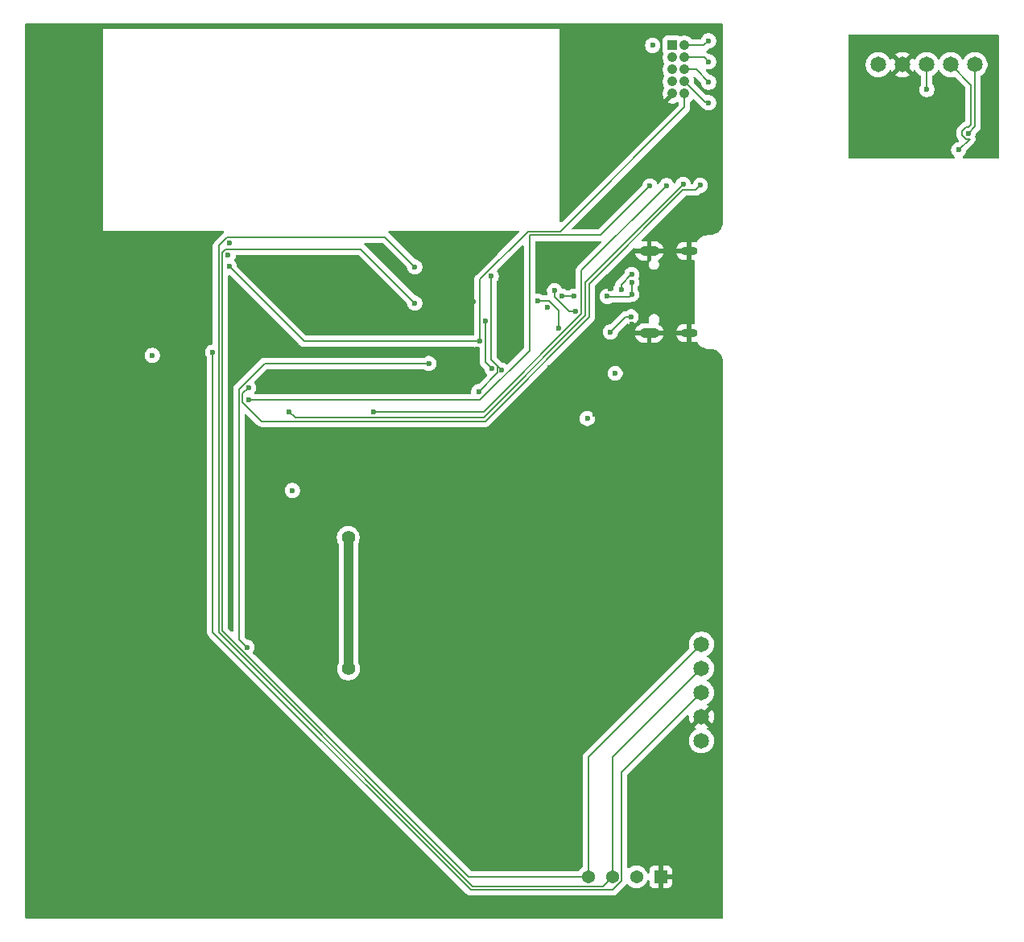
<source format=gbr>
%TF.GenerationSoftware,KiCad,Pcbnew,9.0.0*%
%TF.CreationDate,2025-08-26T11:38:40+09:00*%
%TF.ProjectId,MistFarm_PCB,4d697374-4661-4726-9d5f-5043422e6b69,rev?*%
%TF.SameCoordinates,Original*%
%TF.FileFunction,Copper,L4,Bot*%
%TF.FilePolarity,Positive*%
%FSLAX46Y46*%
G04 Gerber Fmt 4.6, Leading zero omitted, Abs format (unit mm)*
G04 Created by KiCad (PCBNEW 9.0.0) date 2025-08-26 11:38:40*
%MOMM*%
%LPD*%
G01*
G04 APERTURE LIST*
%TA.AperFunction,ComponentPad*%
%ADD10C,1.650000*%
%TD*%
%TA.AperFunction,ComponentPad*%
%ADD11R,1.050000X1.050000*%
%TD*%
%TA.AperFunction,ComponentPad*%
%ADD12C,1.050000*%
%TD*%
%TA.AperFunction,ComponentPad*%
%ADD13O,2.100000X1.050000*%
%TD*%
%TA.AperFunction,ComponentPad*%
%ADD14O,1.800000X0.900000*%
%TD*%
%TA.AperFunction,ComponentPad*%
%ADD15R,1.370000X1.370000*%
%TD*%
%TA.AperFunction,ComponentPad*%
%ADD16C,1.370000*%
%TD*%
%TA.AperFunction,HeatsinkPad*%
%ADD17C,0.600000*%
%TD*%
%TA.AperFunction,ViaPad*%
%ADD18C,0.600000*%
%TD*%
%TA.AperFunction,ViaPad*%
%ADD19C,1.400000*%
%TD*%
%TA.AperFunction,Conductor*%
%ADD20C,0.200000*%
%TD*%
%TA.AperFunction,Conductor*%
%ADD21C,1.000000*%
%TD*%
G04 APERTURE END LIST*
D10*
%TO.P,J4,1*%
%TO.N,3.3V OUT*%
X107680000Y-23970000D03*
%TO.P,J4,2*%
%TO.N,GND*%
X110220000Y-23970000D03*
%TO.P,J4,3*%
%TO.N,/ESP32 WROOM 32E/Temp_Sensor*%
X112760000Y-23970000D03*
%TO.P,J4,4*%
%TO.N,/ESP32 WROOM 32E/I2C_SCL*%
X115300000Y-23970000D03*
%TO.P,J4,5*%
%TO.N,/ESP32 WROOM 32E/I2C_SDL*%
X117840000Y-23970000D03*
%TD*%
D11*
%TO.P,J1,1,1*%
%TO.N,3.3V OUT*%
X86030000Y-21950000D03*
D12*
%TO.P,J1,2,2*%
%TO.N,Net-(C3-Pad1)*%
X87300000Y-21950000D03*
%TO.P,J1,3,3*%
%TO.N,GND*%
X86030000Y-23220000D03*
%TO.P,J1,4,4*%
%TO.N,Net-(C4-Pad1)*%
X87300000Y-23220000D03*
%TO.P,J1,5,5*%
%TO.N,GND*%
X86030000Y-24490000D03*
%TO.P,J1,6,6*%
%TO.N,Net-(C5-Pad1)*%
X87300000Y-24490000D03*
%TO.P,J1,7,7*%
%TO.N,unconnected-(J1-Pad7)*%
X86030000Y-25760000D03*
%TO.P,J1,8,8*%
%TO.N,Net-(C6-Pad1)*%
X87300000Y-25760000D03*
%TO.P,J1,9,9*%
%TO.N,GND*%
X86030000Y-27030000D03*
%TO.P,J1,10,10*%
%TO.N,/ESP32 WROOM 32E/EN*%
X87300000Y-27030000D03*
%TD*%
D13*
%TO.P,UART1,SH1,SHIELD*%
%TO.N,GND*%
X83600000Y-52220000D03*
%TO.P,UART1,SH2,SHIELD*%
X83600000Y-43580000D03*
D14*
%TO.P,UART1,SH3,SHIELD*%
X87780000Y-52220000D03*
%TO.P,UART1,SH4,SHIELD*%
X87780000Y-43580000D03*
%TD*%
D15*
%TO.P,J2,01,01*%
%TO.N,GND*%
X84800000Y-109450000D03*
D16*
%TO.P,J2,02,02*%
%TO.N,3.3V OUT*%
X82260000Y-109450000D03*
%TO.P,J2,03,03*%
%TO.N,/ESP32 WROOM 32E/I2C_SCL*%
X79720000Y-109450000D03*
%TO.P,J2,04,04*%
%TO.N,/ESP32 WROOM 32E/I2C_SDL*%
X77180000Y-109450000D03*
%TD*%
D17*
%TO.P,U1,39,GND*%
%TO.N,GND*%
X47290000Y-49747900D03*
X47290000Y-51147900D03*
X47990000Y-49047900D03*
X47990000Y-50447900D03*
X47990000Y-51847900D03*
X48690000Y-49747900D03*
X48690000Y-51147900D03*
X49390000Y-49047900D03*
X49390000Y-50447900D03*
X49390000Y-51847900D03*
X50090000Y-49747900D03*
X50090000Y-51147900D03*
%TD*%
D10*
%TO.P,J3,1*%
%TO.N,3.3V OUT*%
X89090000Y-95130000D03*
%TO.P,J3,2*%
%TO.N,GND*%
X89090000Y-92590000D03*
%TO.P,J3,3*%
%TO.N,/ESP32 WROOM 32E/Temp_Sensor*%
X89090000Y-90050000D03*
%TO.P,J3,4*%
%TO.N,/ESP32 WROOM 32E/I2C_SCL*%
X89090000Y-87510000D03*
%TO.P,J3,5*%
%TO.N,/ESP32 WROOM 32E/I2C_SDL*%
X89090000Y-84970000D03*
%TD*%
D18*
%TO.N,GND*%
X81500000Y-44720000D03*
X39450000Y-42720000D03*
X29290000Y-58270000D03*
X77820000Y-59550000D03*
X73100000Y-55860000D03*
X72860000Y-43130000D03*
X73080000Y-57430000D03*
X54450000Y-46220000D03*
X69180803Y-50977401D03*
X72930000Y-61270000D03*
X81793908Y-51308137D03*
X26260000Y-42330000D03*
X77850000Y-60800000D03*
X72850000Y-59390000D03*
X44040000Y-64590000D03*
X65560000Y-53900000D03*
X79450000Y-47580000D03*
X61130000Y-42750000D03*
X73030000Y-63130000D03*
X84010000Y-26970000D03*
X65120000Y-48920000D03*
X29240000Y-56470000D03*
X84060000Y-24510000D03*
%TO.N,3.3V OUT*%
X39310000Y-43990000D03*
X72860000Y-49520000D03*
X31340000Y-54570000D03*
X77080000Y-61200000D03*
X83950000Y-21950000D03*
X80010000Y-56450000D03*
X46070000Y-68790000D03*
%TO.N,Net-(C3-Pad1)*%
X89843000Y-21450000D03*
%TO.N,Net-(C4-Pad1)*%
X89843000Y-23670000D03*
%TO.N,Net-(C5-Pad1)*%
X89843000Y-25820000D03*
%TO.N,/ESP32 WROOM 32E/I2C_SCL*%
X116140000Y-32940000D03*
X58940000Y-45267900D03*
%TO.N,/ESP32 WROOM 32E/I2C_SDL*%
X58940000Y-49077900D03*
X117130000Y-31180000D03*
%TO.N,Net-(C6-Pad1)*%
X89843000Y-27970000D03*
%TO.N,/ESP32 WROOM 32E/EN*%
X39410000Y-45190000D03*
X65775000Y-53090000D03*
%TO.N,Net-(U2-REGIN)*%
X74450000Y-48340000D03*
X75650000Y-48340000D03*
X74039737Y-51709210D03*
X71857500Y-48837500D03*
%TO.N,/ESP32 WROOM 32E/AC_TRIAC_Switching*%
X60420000Y-55430000D03*
X41290000Y-85290900D03*
D19*
%TO.N,Net-(D4-K)*%
X51940000Y-73737900D03*
X51950000Y-87557900D03*
D18*
%TO.N,/ESP32 WROOM 32E/Temp_Sensor*%
X37708000Y-54230000D03*
X112800000Y-26580000D03*
%TO.N,/ESP32 WROOM 32E/RTS*%
X68075000Y-56125000D03*
X66975000Y-46237500D03*
X65666948Y-58383392D03*
%TO.N,/ESP32 WROOM 32E/JTAG_MTDI*%
X83660000Y-36730000D03*
X41440000Y-59237900D03*
%TO.N,/ESP32 WROOM 32E/JTAG_MTDO*%
X85410000Y-36690000D03*
X54635000Y-60487900D03*
%TO.N,/ESP32 WROOM 32E/JTAG_MTCK*%
X45745000Y-60487900D03*
X87160000Y-36580000D03*
%TO.N,/ESP32 WROOM 32E/JTAG_MTMS*%
X88970000Y-36670000D03*
X41440000Y-57967900D03*
%TO.N,Net-(Q1A-B1)*%
X66375000Y-50970000D03*
X67065065Y-55963595D03*
%TO.N,Net-(U2-~{RST})*%
X75884265Y-49954265D03*
X73640000Y-47737500D03*
%TO.N,Net-(UART1-CC2)*%
X81751510Y-46070080D03*
X80636189Y-47627296D03*
%TO.N,Net-(U3-I{slash}O1-Pad1)*%
X79170000Y-48360000D03*
X81768699Y-48154624D03*
X81740000Y-46870000D03*
%TO.N,5A OUT*%
X79510000Y-52100000D03*
X81691859Y-50514670D03*
%TD*%
D20*
%TO.N,GND*%
X65120000Y-46740000D02*
X65120000Y-48920000D01*
X111470000Y-25220000D02*
X110220000Y-23970000D01*
X61130000Y-42750000D02*
X65120000Y-46740000D01*
%TO.N,Net-(C3-Pad1)*%
X89350000Y-21950000D02*
X89843000Y-21457000D01*
X89873000Y-21420000D02*
X89843000Y-21450000D01*
X87300000Y-21950000D02*
X89350000Y-21950000D01*
X89843000Y-21450000D02*
X89843000Y-21457000D01*
%TO.N,Net-(C4-Pad1)*%
X89393000Y-23220000D02*
X89843000Y-23670000D01*
X87300000Y-23220000D02*
X89393000Y-23220000D01*
%TO.N,Net-(C5-Pad1)*%
X89840000Y-25790000D02*
X89840000Y-25817000D01*
X88540000Y-24490000D02*
X89840000Y-25790000D01*
X89840000Y-25817000D02*
X89843000Y-25820000D01*
X87300000Y-24490000D02*
X88540000Y-24490000D01*
%TO.N,/ESP32 WROOM 32E/I2C_SCL*%
X65018057Y-110436000D02*
X38308000Y-83725943D01*
X38308000Y-43012057D02*
X39201057Y-42119000D01*
X116529000Y-30931057D02*
X116881057Y-30579000D01*
X39201057Y-42119000D02*
X55791100Y-42119000D01*
X117439000Y-30303900D02*
X117439000Y-26109000D01*
X89090000Y-87510000D02*
X79720000Y-96880000D01*
X116140000Y-32940000D02*
X117299000Y-31781000D01*
X78734000Y-110436000D02*
X65018057Y-110436000D01*
X79720000Y-96880000D02*
X79720000Y-109450000D01*
X38308000Y-83725943D02*
X38308000Y-43012057D01*
X117163900Y-30579000D02*
X117439000Y-30303900D01*
X116881057Y-31781000D02*
X116529000Y-31428943D01*
X117439000Y-26109000D02*
X115300000Y-23970000D01*
X116529000Y-31428943D02*
X116529000Y-30931057D01*
X79720000Y-109450000D02*
X78734000Y-110436000D01*
X116881057Y-30579000D02*
X117163900Y-30579000D01*
X55791100Y-42119000D02*
X58940000Y-45267900D01*
X117299000Y-31781000D02*
X116881057Y-31781000D01*
%TO.N,/ESP32 WROOM 32E/I2C_SDL*%
X117840000Y-30470000D02*
X117840000Y-23970000D01*
X117130000Y-31180000D02*
X117840000Y-30470000D01*
X64599157Y-109450000D02*
X38709000Y-83559843D01*
X89090000Y-84970000D02*
X77180000Y-96880000D01*
X53251100Y-43389000D02*
X58940000Y-49077900D01*
X38709000Y-43741057D02*
X39061057Y-43389000D01*
X77180000Y-109450000D02*
X64599157Y-109450000D01*
X39061057Y-43389000D02*
X53251100Y-43389000D01*
X77180000Y-96880000D02*
X77180000Y-109450000D01*
X38709000Y-83559843D02*
X38709000Y-43741057D01*
%TO.N,Net-(C6-Pad1)*%
X87300000Y-25760000D02*
X89480000Y-27940000D01*
X89480000Y-27940000D02*
X89813000Y-27940000D01*
X89813000Y-27940000D02*
X89843000Y-27970000D01*
%TO.N,/ESP32 WROOM 32E/EN*%
X47310000Y-53090000D02*
X39410000Y-45190000D01*
X87300000Y-28460736D02*
X74231836Y-41528900D01*
X87300000Y-27030000D02*
X87300000Y-28460736D01*
X65775000Y-46587557D02*
X65775000Y-53090000D01*
X74231836Y-41528900D02*
X70833657Y-41528900D01*
X65775000Y-53090000D02*
X47310000Y-53090000D01*
X70833657Y-41528900D02*
X65775000Y-46587557D01*
%TO.N,Net-(U2-REGIN)*%
X74039737Y-51709210D02*
X74039737Y-49837237D01*
X74039737Y-49837237D02*
X73040000Y-48837500D01*
X73040000Y-48837500D02*
X71857500Y-48837500D01*
X74450000Y-48340000D02*
X75650000Y-48340000D01*
%TO.N,/ESP32 WROOM 32E/AC_TRIAC_Switching*%
X40438000Y-84438900D02*
X41290000Y-85290900D01*
X40438000Y-58119957D02*
X40438000Y-84438900D01*
X60420000Y-55430000D02*
X43127957Y-55430000D01*
X43127957Y-55430000D02*
X40438000Y-58119957D01*
D21*
%TO.N,Net-(D4-K)*%
X51950000Y-87557900D02*
X51950000Y-73557900D01*
D20*
%TO.N,/ESP32 WROOM 32E/Temp_Sensor*%
X64851957Y-110837000D02*
X37708000Y-83693043D01*
X112800000Y-26580000D02*
X112760000Y-26540000D01*
X89090000Y-90050000D02*
X80706000Y-98434000D01*
X112760000Y-26540000D02*
X112760000Y-23970000D01*
X37708000Y-83693043D02*
X37708000Y-54230000D01*
X80706000Y-98434000D02*
X80706000Y-109858415D01*
X80706000Y-109858415D02*
X79727415Y-110837000D01*
X79727415Y-110837000D02*
X64851957Y-110837000D01*
%TO.N,/ESP32 WROOM 32E/RTS*%
X66975000Y-46237500D02*
X66975000Y-55025000D01*
X66975000Y-55025000D02*
X67400000Y-55450000D01*
X67675545Y-56374795D02*
X65666948Y-58383392D01*
X67400000Y-55450000D02*
X68075000Y-56125000D01*
X67675545Y-55725545D02*
X67675545Y-56374795D01*
X67400000Y-55450000D02*
X67675545Y-55725545D01*
%TO.N,/ESP32 WROOM 32E/JTAG_MTDI*%
X70999757Y-41929900D02*
X70999757Y-54050186D01*
X78460100Y-41929900D02*
X70999757Y-41929900D01*
X65812043Y-59237900D02*
X41440000Y-59237900D01*
X70999757Y-54050186D02*
X65812043Y-59237900D01*
X83660000Y-36730000D02*
X78460100Y-41929900D01*
%TO.N,/ESP32 WROOM 32E/JTAG_MTDO*%
X76485265Y-50203208D02*
X66200573Y-60487900D01*
X85410000Y-36690000D02*
X76485265Y-45614735D01*
X76485265Y-45614735D02*
X76485265Y-50203208D01*
X66200573Y-60487900D02*
X54635000Y-60487900D01*
%TO.N,/ESP32 WROOM 32E/JTAG_MTCK*%
X66166673Y-61088900D02*
X46346000Y-61088900D01*
X87160000Y-36580000D02*
X76886265Y-46853735D01*
X46346000Y-61088900D02*
X45745000Y-60487900D01*
X76886265Y-46853735D02*
X76886265Y-50369308D01*
X76886265Y-50369308D02*
X66166673Y-61088900D01*
%TO.N,/ESP32 WROOM 32E/JTAG_MTMS*%
X88970000Y-36670000D02*
X88459000Y-37181000D01*
X87126100Y-37181000D02*
X77287265Y-47019835D01*
X77287265Y-47019835D02*
X77287265Y-50535408D01*
X40839000Y-59486843D02*
X40839000Y-58568900D01*
X77287265Y-50535408D02*
X66332773Y-61489900D01*
X40839000Y-58568900D02*
X41440000Y-57967900D01*
X42842057Y-61489900D02*
X40839000Y-59486843D01*
X88459000Y-37181000D02*
X87126100Y-37181000D01*
X66332773Y-61489900D02*
X42842057Y-61489900D01*
%TO.N,Net-(Q1A-B1)*%
X66375000Y-55273530D02*
X66375000Y-50970000D01*
X67065065Y-55963595D02*
X66375000Y-55273530D01*
%TO.N,Net-(U2-~{RST})*%
X75884265Y-49954265D02*
X75204265Y-49954265D01*
X73640000Y-48390000D02*
X73640000Y-47737500D01*
X75204265Y-49954265D02*
X73640000Y-48390000D01*
%TO.N,Net-(UART1-CC2)*%
X80636189Y-47123868D02*
X81689977Y-46070080D01*
X80636189Y-47627296D02*
X80636189Y-47123868D01*
X81689977Y-46070080D02*
X81751510Y-46070080D01*
%TO.N,Net-(U3-I{slash}O1-Pad1)*%
X81768699Y-48154624D02*
X81768699Y-46898699D01*
X79180000Y-48370000D02*
X79170000Y-48360000D01*
X81553323Y-48370000D02*
X79180000Y-48370000D01*
X81768699Y-48154624D02*
X81553323Y-48370000D01*
X81768699Y-46898699D02*
X81740000Y-46870000D01*
%TO.N,5A OUT*%
X81095330Y-50514670D02*
X79510000Y-52100000D01*
X81691859Y-50514670D02*
X81095330Y-50514670D01*
%TD*%
%TA.AperFunction,Conductor*%
%TO.N,GND*%
G36*
X120332539Y-20820185D02*
G01*
X120378294Y-20872989D01*
X120389500Y-20924500D01*
X120389500Y-33695500D01*
X120369815Y-33762539D01*
X120317011Y-33808294D01*
X120265500Y-33819500D01*
X116673371Y-33819500D01*
X116606332Y-33799815D01*
X116560577Y-33747011D01*
X116550633Y-33677853D01*
X116579658Y-33614297D01*
X116604480Y-33592398D01*
X116620813Y-33581484D01*
X116650289Y-33561789D01*
X116761789Y-33450289D01*
X116849394Y-33319179D01*
X116909737Y-33173497D01*
X116929113Y-33076085D01*
X116940638Y-33018150D01*
X116973023Y-32956239D01*
X116974516Y-32954718D01*
X117779520Y-32149716D01*
X117858577Y-32012784D01*
X117899501Y-31860057D01*
X117899501Y-31701942D01*
X117863557Y-31567800D01*
X117865220Y-31497951D01*
X117868767Y-31488264D01*
X117899737Y-31413497D01*
X117930500Y-31258842D01*
X117930638Y-31258150D01*
X117963023Y-31196239D01*
X117964513Y-31194721D01*
X118320520Y-30838716D01*
X118399577Y-30701784D01*
X118440501Y-30549057D01*
X118440501Y-30390942D01*
X118440501Y-30383347D01*
X118440500Y-30383329D01*
X118440500Y-25227661D01*
X118460185Y-25160622D01*
X118508207Y-25117175D01*
X118534714Y-25103670D01*
X118703505Y-24981035D01*
X118851035Y-24833505D01*
X118973670Y-24664714D01*
X119068389Y-24478816D01*
X119132862Y-24280389D01*
X119148399Y-24182292D01*
X119165500Y-24074324D01*
X119165500Y-23865675D01*
X119132862Y-23659610D01*
X119068387Y-23461179D01*
X118973807Y-23275555D01*
X118973670Y-23275286D01*
X118851035Y-23106495D01*
X118703505Y-22958965D01*
X118534714Y-22836330D01*
X118348820Y-22741612D01*
X118150389Y-22677137D01*
X117944324Y-22644500D01*
X117944319Y-22644500D01*
X117735681Y-22644500D01*
X117735676Y-22644500D01*
X117529610Y-22677137D01*
X117331179Y-22741612D01*
X117145285Y-22836330D01*
X116976493Y-22958966D01*
X116828966Y-23106493D01*
X116706330Y-23275285D01*
X116680485Y-23326010D01*
X116632510Y-23376806D01*
X116564690Y-23393601D01*
X116498555Y-23371064D01*
X116459515Y-23326010D01*
X116433807Y-23275555D01*
X116433670Y-23275286D01*
X116311035Y-23106495D01*
X116163505Y-22958965D01*
X115994714Y-22836330D01*
X115808820Y-22741612D01*
X115610389Y-22677137D01*
X115404324Y-22644500D01*
X115404319Y-22644500D01*
X115195681Y-22644500D01*
X115195676Y-22644500D01*
X114989610Y-22677137D01*
X114791179Y-22741612D01*
X114605285Y-22836330D01*
X114436493Y-22958966D01*
X114288966Y-23106493D01*
X114166330Y-23275285D01*
X114140485Y-23326010D01*
X114092510Y-23376806D01*
X114024690Y-23393601D01*
X113958555Y-23371064D01*
X113919515Y-23326010D01*
X113893807Y-23275555D01*
X113893670Y-23275286D01*
X113771035Y-23106495D01*
X113623505Y-22958965D01*
X113454714Y-22836330D01*
X113268820Y-22741612D01*
X113070389Y-22677137D01*
X112864324Y-22644500D01*
X112864319Y-22644500D01*
X112655681Y-22644500D01*
X112655676Y-22644500D01*
X112449610Y-22677137D01*
X112251179Y-22741612D01*
X112065285Y-22836330D01*
X111896493Y-22958966D01*
X111748966Y-23106493D01*
X111626328Y-23275288D01*
X111600202Y-23326563D01*
X111552227Y-23377358D01*
X111484406Y-23394153D01*
X111418272Y-23371615D01*
X111379233Y-23326561D01*
X111353247Y-23275561D01*
X111353236Y-23275543D01*
X111317372Y-23226180D01*
X111317371Y-23226179D01*
X110743787Y-23799764D01*
X110732518Y-23757708D01*
X110660110Y-23632292D01*
X110557708Y-23529890D01*
X110432292Y-23457482D01*
X110390233Y-23446212D01*
X110963819Y-22872627D01*
X110914451Y-22836759D01*
X110728627Y-22742075D01*
X110530272Y-22677626D01*
X110324279Y-22645000D01*
X110115721Y-22645000D01*
X109909727Y-22677626D01*
X109711372Y-22742075D01*
X109525552Y-22836757D01*
X109476180Y-22872627D01*
X110049766Y-23446212D01*
X110007708Y-23457482D01*
X109882292Y-23529890D01*
X109779890Y-23632292D01*
X109707482Y-23757708D01*
X109696212Y-23799765D01*
X109122627Y-23226180D01*
X109086755Y-23275555D01*
X109060765Y-23326563D01*
X109012790Y-23377358D01*
X108944969Y-23394153D01*
X108878834Y-23371615D01*
X108839796Y-23326561D01*
X108813671Y-23275287D01*
X108772791Y-23219022D01*
X108691035Y-23106495D01*
X108543505Y-22958965D01*
X108374714Y-22836330D01*
X108188820Y-22741612D01*
X107990389Y-22677137D01*
X107784324Y-22644500D01*
X107784319Y-22644500D01*
X107575681Y-22644500D01*
X107575676Y-22644500D01*
X107369610Y-22677137D01*
X107171179Y-22741612D01*
X106985285Y-22836330D01*
X106816493Y-22958966D01*
X106668966Y-23106493D01*
X106546330Y-23275285D01*
X106451612Y-23461179D01*
X106387137Y-23659610D01*
X106354500Y-23865675D01*
X106354500Y-24074324D01*
X106387137Y-24280389D01*
X106451612Y-24478820D01*
X106520485Y-24613990D01*
X106546330Y-24664714D01*
X106668965Y-24833505D01*
X106816495Y-24981035D01*
X106985286Y-25103670D01*
X107073116Y-25148421D01*
X107171179Y-25198387D01*
X107171181Y-25198387D01*
X107171184Y-25198389D01*
X107261274Y-25227661D01*
X107369610Y-25262862D01*
X107575676Y-25295500D01*
X107575681Y-25295500D01*
X107784324Y-25295500D01*
X107990389Y-25262862D01*
X108024828Y-25251672D01*
X108188816Y-25198389D01*
X108374714Y-25103670D01*
X108543505Y-24981035D01*
X108691035Y-24833505D01*
X108813670Y-24664714D01*
X108839796Y-24613437D01*
X108887769Y-24562642D01*
X108955590Y-24545846D01*
X109021725Y-24568383D01*
X109060766Y-24613437D01*
X109086759Y-24664451D01*
X109122627Y-24713818D01*
X109122627Y-24713819D01*
X109696212Y-24140234D01*
X109707482Y-24182292D01*
X109779890Y-24307708D01*
X109882292Y-24410110D01*
X110007708Y-24482518D01*
X110049765Y-24493787D01*
X109476179Y-25067371D01*
X109476180Y-25067372D01*
X109525543Y-25103236D01*
X109525556Y-25103244D01*
X109711372Y-25197924D01*
X109909727Y-25262373D01*
X110115721Y-25295000D01*
X110324279Y-25295000D01*
X110530272Y-25262373D01*
X110728627Y-25197924D01*
X110914451Y-25103240D01*
X110963818Y-25067372D01*
X110963818Y-25067371D01*
X110390234Y-24493787D01*
X110432292Y-24482518D01*
X110557708Y-24410110D01*
X110660110Y-24307708D01*
X110732518Y-24182292D01*
X110743787Y-24140234D01*
X111317371Y-24713818D01*
X111317372Y-24713818D01*
X111353242Y-24664449D01*
X111353242Y-24664448D01*
X111379233Y-24613438D01*
X111427206Y-24562642D01*
X111495027Y-24545846D01*
X111561162Y-24568383D01*
X111600203Y-24613437D01*
X111626330Y-24664714D01*
X111748965Y-24833505D01*
X111896495Y-24981035D01*
X112009022Y-25062791D01*
X112065287Y-25103671D01*
X112080565Y-25111455D01*
X112091792Y-25117175D01*
X112142589Y-25165148D01*
X112159500Y-25227661D01*
X112159500Y-26060099D01*
X112139815Y-26127138D01*
X112138602Y-26128990D01*
X112090609Y-26200815D01*
X112090602Y-26200828D01*
X112030264Y-26346498D01*
X112030261Y-26346510D01*
X111999500Y-26501153D01*
X111999500Y-26658846D01*
X112030261Y-26813489D01*
X112030264Y-26813501D01*
X112090602Y-26959172D01*
X112090609Y-26959185D01*
X112178210Y-27090288D01*
X112178213Y-27090292D01*
X112289707Y-27201786D01*
X112289711Y-27201789D01*
X112420814Y-27289390D01*
X112420827Y-27289397D01*
X112566498Y-27349735D01*
X112566503Y-27349737D01*
X112721153Y-27380499D01*
X112721156Y-27380500D01*
X112721158Y-27380500D01*
X112878844Y-27380500D01*
X112878845Y-27380499D01*
X113033497Y-27349737D01*
X113179179Y-27289394D01*
X113310289Y-27201789D01*
X113421789Y-27090289D01*
X113509394Y-26959179D01*
X113569737Y-26813497D01*
X113600500Y-26658842D01*
X113600500Y-26501158D01*
X113600500Y-26501155D01*
X113600499Y-26501153D01*
X113569738Y-26346510D01*
X113569737Y-26346503D01*
X113509397Y-26200828D01*
X113509397Y-26200827D01*
X113509390Y-26200814D01*
X113421789Y-26069711D01*
X113421786Y-26069707D01*
X113396819Y-26044740D01*
X113363334Y-25983417D01*
X113360500Y-25957059D01*
X113360500Y-25227661D01*
X113380185Y-25160622D01*
X113428207Y-25117175D01*
X113454714Y-25103670D01*
X113623505Y-24981035D01*
X113771035Y-24833505D01*
X113893670Y-24664714D01*
X113919515Y-24613990D01*
X113967489Y-24563194D01*
X114035310Y-24546398D01*
X114101445Y-24568935D01*
X114140485Y-24613990D01*
X114166328Y-24664712D01*
X114202006Y-24713818D01*
X114288965Y-24833505D01*
X114436495Y-24981035D01*
X114605286Y-25103670D01*
X114693116Y-25148421D01*
X114791179Y-25198387D01*
X114791181Y-25198387D01*
X114791184Y-25198389D01*
X114881274Y-25227661D01*
X114989610Y-25262862D01*
X115195676Y-25295500D01*
X115195681Y-25295500D01*
X115404324Y-25295500D01*
X115504222Y-25279677D01*
X115610389Y-25262862D01*
X115638682Y-25253668D01*
X115708522Y-25251672D01*
X115764683Y-25283918D01*
X116802181Y-26321416D01*
X116835666Y-26382739D01*
X116838500Y-26409097D01*
X116838500Y-29873570D01*
X116818815Y-29940609D01*
X116766011Y-29986364D01*
X116746595Y-29993344D01*
X116649273Y-30019422D01*
X116649268Y-30019424D01*
X116512344Y-30098477D01*
X116512339Y-30098481D01*
X116153217Y-30457603D01*
X116153214Y-30457605D01*
X116153215Y-30457606D01*
X116048480Y-30562341D01*
X116024697Y-30603535D01*
X115969423Y-30699272D01*
X115928499Y-30852000D01*
X115928499Y-30852002D01*
X115928499Y-31020103D01*
X115928500Y-31020116D01*
X115928500Y-31342273D01*
X115928499Y-31342291D01*
X115928499Y-31507997D01*
X115928498Y-31507997D01*
X115969423Y-31660728D01*
X115983596Y-31685276D01*
X115983595Y-31685276D01*
X115983596Y-31685277D01*
X116048475Y-31797652D01*
X116048481Y-31797660D01*
X116153111Y-31902290D01*
X116157449Y-31910235D01*
X116164697Y-31915661D01*
X116173931Y-31940420D01*
X116186596Y-31963613D01*
X116185950Y-31972642D01*
X116189114Y-31981125D01*
X116183497Y-32006945D01*
X116181612Y-32033305D01*
X116175793Y-32042358D01*
X116174262Y-32049398D01*
X116153111Y-32077652D01*
X116125337Y-32105426D01*
X116064014Y-32138911D01*
X116061848Y-32139362D01*
X115906508Y-32170261D01*
X115906498Y-32170264D01*
X115760827Y-32230602D01*
X115760814Y-32230609D01*
X115629711Y-32318210D01*
X115629707Y-32318213D01*
X115518213Y-32429707D01*
X115518210Y-32429711D01*
X115430609Y-32560814D01*
X115430602Y-32560827D01*
X115370264Y-32706498D01*
X115370261Y-32706510D01*
X115339500Y-32861153D01*
X115339500Y-33018846D01*
X115370261Y-33173489D01*
X115370264Y-33173501D01*
X115430602Y-33319172D01*
X115430609Y-33319185D01*
X115518210Y-33450288D01*
X115518213Y-33450292D01*
X115629707Y-33561786D01*
X115629711Y-33561789D01*
X115675520Y-33592398D01*
X115720325Y-33646010D01*
X115729032Y-33715335D01*
X115698878Y-33778363D01*
X115639435Y-33815082D01*
X115606629Y-33819500D01*
X104644500Y-33819500D01*
X104577461Y-33799815D01*
X104531706Y-33747011D01*
X104520500Y-33695500D01*
X104520500Y-20924500D01*
X104540185Y-20857461D01*
X104592989Y-20811706D01*
X104644500Y-20800500D01*
X120265500Y-20800500D01*
X120332539Y-20820185D01*
G37*
%TD.AperFunction*%
%TD*%
%TA.AperFunction,Conductor*%
%TO.N,GND*%
G36*
X39514703Y-46144384D02*
G01*
X39521181Y-46150416D01*
X46825139Y-53454374D01*
X46825149Y-53454385D01*
X46829479Y-53458715D01*
X46829480Y-53458716D01*
X46941284Y-53570520D01*
X47006572Y-53608213D01*
X47028095Y-53620639D01*
X47028097Y-53620641D01*
X47066151Y-53642611D01*
X47078215Y-53649577D01*
X47230943Y-53690500D01*
X65195234Y-53690500D01*
X65262273Y-53710185D01*
X65264125Y-53711398D01*
X65395814Y-53799390D01*
X65395827Y-53799397D01*
X65519992Y-53850827D01*
X65541503Y-53859737D01*
X65651987Y-53881713D01*
X65674691Y-53886230D01*
X65736602Y-53918615D01*
X65771176Y-53979330D01*
X65774500Y-54007847D01*
X65774500Y-55186860D01*
X65774499Y-55186878D01*
X65774499Y-55352584D01*
X65774498Y-55352584D01*
X65779299Y-55370500D01*
X65815423Y-55505315D01*
X65829131Y-55529057D01*
X65894479Y-55642244D01*
X65894481Y-55642247D01*
X66013349Y-55761115D01*
X66013355Y-55761120D01*
X66230490Y-55978255D01*
X66263975Y-56039578D01*
X66264426Y-56041744D01*
X66295326Y-56197086D01*
X66295329Y-56197096D01*
X66355667Y-56342767D01*
X66355674Y-56342780D01*
X66443275Y-56473883D01*
X66443278Y-56473887D01*
X66497566Y-56528175D01*
X66531051Y-56589498D01*
X66526067Y-56659190D01*
X66497566Y-56703537D01*
X65652287Y-57548817D01*
X65590964Y-57582302D01*
X65588798Y-57582753D01*
X65433456Y-57613653D01*
X65433446Y-57613656D01*
X65287775Y-57673994D01*
X65287762Y-57674001D01*
X65156659Y-57761602D01*
X65156657Y-57761604D01*
X65045161Y-57873099D01*
X65045158Y-57873103D01*
X64957557Y-58004206D01*
X64957550Y-58004219D01*
X64897212Y-58149890D01*
X64897209Y-58149902D01*
X64866448Y-58304545D01*
X64866448Y-58462238D01*
X64871813Y-58489209D01*
X64865586Y-58558800D01*
X64822723Y-58613978D01*
X64756833Y-58637222D01*
X64750196Y-58637400D01*
X42187396Y-58637400D01*
X42120357Y-58617715D01*
X42074602Y-58564911D01*
X42064658Y-58495753D01*
X42084294Y-58444509D01*
X42149390Y-58347085D01*
X42149390Y-58347084D01*
X42149394Y-58347079D01*
X42209737Y-58201397D01*
X42240500Y-58046742D01*
X42240500Y-57889058D01*
X42240500Y-57889055D01*
X42240499Y-57889053D01*
X42237326Y-57873103D01*
X42209737Y-57734403D01*
X42170401Y-57639437D01*
X42149397Y-57588727D01*
X42149390Y-57588714D01*
X42073382Y-57474960D01*
X42052504Y-57408282D01*
X42070989Y-57340902D01*
X42088798Y-57318393D01*
X43340374Y-56066819D01*
X43401697Y-56033334D01*
X43428055Y-56030500D01*
X59840234Y-56030500D01*
X59907273Y-56050185D01*
X59909125Y-56051398D01*
X60040814Y-56139390D01*
X60040827Y-56139397D01*
X60180103Y-56197086D01*
X60186503Y-56199737D01*
X60341153Y-56230499D01*
X60341156Y-56230500D01*
X60341158Y-56230500D01*
X60498844Y-56230500D01*
X60498845Y-56230499D01*
X60653497Y-56199737D01*
X60799179Y-56139394D01*
X60930289Y-56051789D01*
X61041789Y-55940289D01*
X61129394Y-55809179D01*
X61189737Y-55663497D01*
X61220500Y-55508842D01*
X61220500Y-55351158D01*
X61220500Y-55351155D01*
X61220499Y-55351153D01*
X61206224Y-55279390D01*
X61189737Y-55196503D01*
X61188896Y-55194473D01*
X61129397Y-55050827D01*
X61129390Y-55050814D01*
X61041789Y-54919711D01*
X61041786Y-54919707D01*
X60930292Y-54808213D01*
X60930288Y-54808210D01*
X60799185Y-54720609D01*
X60799172Y-54720602D01*
X60653501Y-54660264D01*
X60653489Y-54660261D01*
X60498845Y-54629500D01*
X60498842Y-54629500D01*
X60341158Y-54629500D01*
X60341155Y-54629500D01*
X60186510Y-54660261D01*
X60186498Y-54660264D01*
X60040827Y-54720602D01*
X60040814Y-54720609D01*
X59909125Y-54808602D01*
X59842447Y-54829480D01*
X59840234Y-54829500D01*
X43214627Y-54829500D01*
X43214611Y-54829499D01*
X43207015Y-54829499D01*
X43048900Y-54829499D01*
X42972536Y-54849961D01*
X42896171Y-54870423D01*
X42896166Y-54870426D01*
X42759247Y-54949475D01*
X42759239Y-54949481D01*
X40070879Y-57637841D01*
X40070865Y-57637855D01*
X40069286Y-57639435D01*
X40069284Y-57639437D01*
X39957480Y-57751241D01*
X39951498Y-57761603D01*
X39878423Y-57888172D01*
X39837499Y-58040900D01*
X39837499Y-58040902D01*
X39837499Y-58209003D01*
X39837500Y-58209016D01*
X39837500Y-83539746D01*
X39817815Y-83606785D01*
X39765011Y-83652540D01*
X39695853Y-83662484D01*
X39632297Y-83633459D01*
X39625819Y-83627427D01*
X39345819Y-83347427D01*
X39312334Y-83286104D01*
X39309500Y-83259746D01*
X39309500Y-46238097D01*
X39329185Y-46171058D01*
X39381989Y-46125303D01*
X39451147Y-46115359D01*
X39514703Y-46144384D01*
G37*
%TD.AperFunction*%
%TA.AperFunction,Conductor*%
G36*
X70318591Y-42995715D02*
G01*
X70374524Y-43037587D01*
X70398941Y-43103051D01*
X70399257Y-43111897D01*
X70399257Y-53750089D01*
X70379572Y-53817128D01*
X70362938Y-53837770D01*
X68724511Y-55476196D01*
X68663188Y-55509681D01*
X68593496Y-55504697D01*
X68567939Y-55491617D01*
X68454185Y-55415609D01*
X68454172Y-55415602D01*
X68308501Y-55355264D01*
X68308491Y-55355261D01*
X68153151Y-55324362D01*
X68136396Y-55315597D01*
X68117917Y-55311578D01*
X68092878Y-55292833D01*
X68091241Y-55291977D01*
X68089663Y-55290427D01*
X68064981Y-55265745D01*
X68044261Y-55245025D01*
X68044258Y-55245023D01*
X67887590Y-55088355D01*
X67887588Y-55088352D01*
X67611819Y-54812583D01*
X67578334Y-54751260D01*
X67575500Y-54724902D01*
X67575500Y-46817265D01*
X67595185Y-46750226D01*
X67596398Y-46748374D01*
X67684390Y-46616685D01*
X67684390Y-46616684D01*
X67684394Y-46616679D01*
X67744737Y-46470997D01*
X67775500Y-46316342D01*
X67775500Y-46158658D01*
X67775500Y-46158655D01*
X67775499Y-46158653D01*
X67744738Y-46004010D01*
X67744737Y-46004003D01*
X67697386Y-45889686D01*
X67684397Y-45858327D01*
X67684390Y-45858314D01*
X67608382Y-45744560D01*
X67587504Y-45677882D01*
X67605989Y-45610502D01*
X67623799Y-45587992D01*
X70187576Y-43024216D01*
X70248899Y-42990731D01*
X70318591Y-42995715D01*
G37*
%TD.AperFunction*%
%TA.AperFunction,Conductor*%
G36*
X69853099Y-41447585D02*
G01*
X69898854Y-41500389D01*
X69908798Y-41569547D01*
X69879773Y-41633103D01*
X69873741Y-41639580D01*
X67634347Y-43878974D01*
X65406286Y-46107035D01*
X65294481Y-46218839D01*
X65294477Y-46218844D01*
X65274624Y-46253233D01*
X65274623Y-46253235D01*
X65215423Y-46355772D01*
X65174499Y-46508500D01*
X65174499Y-46508502D01*
X65174499Y-46676603D01*
X65174500Y-46676616D01*
X65174500Y-52365500D01*
X65154815Y-52432539D01*
X65102011Y-52478294D01*
X65050500Y-52489500D01*
X47610097Y-52489500D01*
X47543058Y-52469815D01*
X47522416Y-52453181D01*
X40244574Y-45175339D01*
X40211089Y-45114016D01*
X40210638Y-45111849D01*
X40179738Y-44956510D01*
X40179737Y-44956503D01*
X40171876Y-44937525D01*
X40119397Y-44810827D01*
X40119390Y-44810814D01*
X40031789Y-44679711D01*
X40031786Y-44679707D01*
X39971935Y-44619856D01*
X39938450Y-44558533D01*
X39943434Y-44488841D01*
X39956512Y-44463287D01*
X40019394Y-44369179D01*
X40079737Y-44223497D01*
X40106429Y-44089309D01*
X40138814Y-44027398D01*
X40199529Y-43992824D01*
X40228046Y-43989500D01*
X52951003Y-43989500D01*
X53018042Y-44009185D01*
X53038684Y-44025819D01*
X58105425Y-49092560D01*
X58138910Y-49153883D01*
X58139361Y-49156049D01*
X58170261Y-49311391D01*
X58170264Y-49311401D01*
X58230602Y-49457072D01*
X58230609Y-49457085D01*
X58318210Y-49588188D01*
X58318213Y-49588192D01*
X58429707Y-49699686D01*
X58429711Y-49699689D01*
X58560814Y-49787290D01*
X58560827Y-49787297D01*
X58706498Y-49847635D01*
X58706503Y-49847637D01*
X58861153Y-49878399D01*
X58861156Y-49878400D01*
X58861158Y-49878400D01*
X59018844Y-49878400D01*
X59018845Y-49878399D01*
X59173497Y-49847637D01*
X59319179Y-49787294D01*
X59450289Y-49699689D01*
X59561789Y-49588189D01*
X59649394Y-49457079D01*
X59709737Y-49311397D01*
X59740500Y-49156742D01*
X59740500Y-48999058D01*
X59740500Y-48999055D01*
X59740499Y-48999053D01*
X59725641Y-48924359D01*
X59709737Y-48844403D01*
X59666155Y-48739185D01*
X59649397Y-48698727D01*
X59649390Y-48698714D01*
X59561789Y-48567611D01*
X59561786Y-48567607D01*
X59450292Y-48456113D01*
X59450288Y-48456110D01*
X59319185Y-48368509D01*
X59319172Y-48368502D01*
X59173501Y-48308164D01*
X59173491Y-48308161D01*
X59018151Y-48277262D01*
X58956241Y-48244877D01*
X58954662Y-48243326D01*
X53738690Y-43027355D01*
X53731621Y-43020286D01*
X53731620Y-43020284D01*
X53642514Y-42931178D01*
X53620596Y-42891036D01*
X53609032Y-42869858D01*
X53614016Y-42800166D01*
X53629470Y-42779522D01*
X53655888Y-42744232D01*
X53706622Y-42725310D01*
X53721352Y-42719816D01*
X53730198Y-42719500D01*
X55491003Y-42719500D01*
X55558042Y-42739185D01*
X55578684Y-42755819D01*
X58105425Y-45282560D01*
X58138910Y-45343883D01*
X58139361Y-45346049D01*
X58170261Y-45501391D01*
X58170264Y-45501401D01*
X58230602Y-45647072D01*
X58230609Y-45647085D01*
X58318210Y-45778188D01*
X58318213Y-45778192D01*
X58429707Y-45889686D01*
X58429711Y-45889689D01*
X58560814Y-45977290D01*
X58560827Y-45977297D01*
X58706498Y-46037635D01*
X58706503Y-46037637D01*
X58861153Y-46068399D01*
X58861156Y-46068400D01*
X58861158Y-46068400D01*
X59018844Y-46068400D01*
X59018845Y-46068399D01*
X59173497Y-46037637D01*
X59319179Y-45977294D01*
X59450289Y-45889689D01*
X59561789Y-45778189D01*
X59649394Y-45647079D01*
X59709737Y-45501397D01*
X59740500Y-45346742D01*
X59740500Y-45189058D01*
X59740500Y-45189055D01*
X59740499Y-45189053D01*
X59729591Y-45134215D01*
X59709737Y-45034403D01*
X59669609Y-44937525D01*
X59649397Y-44888727D01*
X59649390Y-44888714D01*
X59561789Y-44757611D01*
X59561786Y-44757607D01*
X59450292Y-44646113D01*
X59450288Y-44646110D01*
X59319185Y-44558509D01*
X59319172Y-44558502D01*
X59173501Y-44498164D01*
X59173491Y-44498161D01*
X59018149Y-44467261D01*
X58956238Y-44434876D01*
X58954660Y-44433325D01*
X56278690Y-41757355D01*
X56271621Y-41750286D01*
X56271620Y-41750284D01*
X56160914Y-41639578D01*
X56127432Y-41578258D01*
X56132416Y-41508566D01*
X56174288Y-41452633D01*
X56239752Y-41428216D01*
X56248598Y-41427900D01*
X69786060Y-41427900D01*
X69853099Y-41447585D01*
G37*
%TD.AperFunction*%
%TA.AperFunction,Conductor*%
G36*
X78373447Y-42530401D02*
G01*
X78421001Y-42530401D01*
X78488040Y-42550086D01*
X78533795Y-42602890D01*
X78543739Y-42672048D01*
X78514714Y-42735604D01*
X78508682Y-42742082D01*
X76004746Y-45246017D01*
X76004740Y-45246025D01*
X75955122Y-45331968D01*
X75955122Y-45331969D01*
X75925688Y-45382950D01*
X75884764Y-45535678D01*
X75884764Y-45535680D01*
X75884764Y-45703781D01*
X75884765Y-45703794D01*
X75884765Y-47419420D01*
X75865080Y-47486459D01*
X75812276Y-47532214D01*
X75743118Y-47542158D01*
X75736576Y-47541038D01*
X75728843Y-47539500D01*
X75728842Y-47539500D01*
X75571158Y-47539500D01*
X75571155Y-47539500D01*
X75416510Y-47570261D01*
X75416498Y-47570264D01*
X75270827Y-47630602D01*
X75270814Y-47630609D01*
X75139125Y-47718602D01*
X75121078Y-47724252D01*
X75105169Y-47734477D01*
X75074207Y-47738928D01*
X75072447Y-47739480D01*
X75070234Y-47739500D01*
X75029766Y-47739500D01*
X74962727Y-47719815D01*
X74960875Y-47718602D01*
X74829185Y-47630609D01*
X74829172Y-47630602D01*
X74683501Y-47570264D01*
X74683489Y-47570261D01*
X74528845Y-47539500D01*
X74528842Y-47539500D01*
X74507295Y-47539500D01*
X74440256Y-47519815D01*
X74394501Y-47467011D01*
X74392734Y-47462953D01*
X74349395Y-47358323D01*
X74349390Y-47358314D01*
X74261789Y-47227211D01*
X74261786Y-47227207D01*
X74150292Y-47115713D01*
X74150288Y-47115710D01*
X74019185Y-47028109D01*
X74019172Y-47028102D01*
X73873501Y-46967764D01*
X73873489Y-46967761D01*
X73718845Y-46937000D01*
X73718842Y-46937000D01*
X73561158Y-46937000D01*
X73561155Y-46937000D01*
X73406510Y-46967761D01*
X73406498Y-46967764D01*
X73260827Y-47028102D01*
X73260814Y-47028109D01*
X73129711Y-47115710D01*
X73129707Y-47115713D01*
X73018213Y-47227207D01*
X73018210Y-47227211D01*
X72930609Y-47358314D01*
X72930602Y-47358327D01*
X72870264Y-47503998D01*
X72870261Y-47504010D01*
X72839500Y-47658653D01*
X72839500Y-47816346D01*
X72870261Y-47970989D01*
X72870263Y-47970997D01*
X72909427Y-48065547D01*
X72916896Y-48135017D01*
X72885621Y-48197496D01*
X72825532Y-48233148D01*
X72794866Y-48237000D01*
X72437266Y-48237000D01*
X72370227Y-48217315D01*
X72368375Y-48216102D01*
X72236685Y-48128109D01*
X72236672Y-48128102D01*
X72091001Y-48067764D01*
X72090989Y-48067761D01*
X71936345Y-48037000D01*
X71936342Y-48037000D01*
X71778658Y-48037000D01*
X71748447Y-48043009D01*
X71678855Y-48036780D01*
X71623678Y-47993917D01*
X71600435Y-47928027D01*
X71600257Y-47921391D01*
X71600257Y-42654400D01*
X71619942Y-42587361D01*
X71672746Y-42541606D01*
X71724257Y-42530400D01*
X78373431Y-42530400D01*
X78373447Y-42530401D01*
G37*
%TD.AperFunction*%
%TA.AperFunction,Conductor*%
G36*
X91282539Y-19630185D02*
G01*
X91328294Y-19682989D01*
X91339500Y-19734500D01*
X91339500Y-40575124D01*
X91339118Y-40584853D01*
X91324143Y-40775123D01*
X91321099Y-40794341D01*
X91277687Y-40975168D01*
X91271674Y-40993674D01*
X91200506Y-41165486D01*
X91191672Y-41182823D01*
X91094507Y-41341382D01*
X91083070Y-41357124D01*
X90962293Y-41498535D01*
X90948535Y-41512293D01*
X90807124Y-41633070D01*
X90791382Y-41644507D01*
X90632823Y-41741672D01*
X90615486Y-41750506D01*
X90443674Y-41821674D01*
X90425168Y-41827687D01*
X90244341Y-41871099D01*
X90225123Y-41874143D01*
X90059394Y-41887186D01*
X90035322Y-41886736D01*
X89970604Y-41879199D01*
X89970591Y-41879198D01*
X89734556Y-41888021D01*
X89734540Y-41888023D01*
X89502608Y-41932797D01*
X89502602Y-41932798D01*
X89280231Y-42012473D01*
X89280224Y-42012476D01*
X89072624Y-42125186D01*
X88884677Y-42268283D01*
X88720790Y-42438410D01*
X88600143Y-42609794D01*
X88545456Y-42653282D01*
X88475940Y-42660301D01*
X88474556Y-42660033D01*
X88323570Y-42630000D01*
X88030000Y-42630000D01*
X88030000Y-43280000D01*
X87530000Y-43280000D01*
X87530000Y-42630000D01*
X87236430Y-42630000D01*
X87052902Y-42666506D01*
X87052894Y-42666508D01*
X86880008Y-42738119D01*
X86879999Y-42738124D01*
X86724410Y-42842086D01*
X86724406Y-42842089D01*
X86592089Y-42974406D01*
X86592086Y-42974410D01*
X86488124Y-43129999D01*
X86488119Y-43130008D01*
X86416507Y-43302896D01*
X86416506Y-43302899D01*
X86411115Y-43329999D01*
X86411116Y-43330000D01*
X87213012Y-43330000D01*
X87195795Y-43339940D01*
X87139940Y-43395795D01*
X87100444Y-43464204D01*
X87080000Y-43540504D01*
X87080000Y-43619496D01*
X87100444Y-43695796D01*
X87139940Y-43764205D01*
X87195795Y-43820060D01*
X87213012Y-43830000D01*
X86411116Y-43830000D01*
X86416506Y-43857100D01*
X86416507Y-43857103D01*
X86488119Y-44029991D01*
X86488124Y-44030000D01*
X86592086Y-44185589D01*
X86592089Y-44185593D01*
X86724406Y-44317910D01*
X86724410Y-44317913D01*
X86879999Y-44421875D01*
X86880008Y-44421880D01*
X87052894Y-44493491D01*
X87052902Y-44493493D01*
X87236428Y-44529999D01*
X87236431Y-44530000D01*
X87530000Y-44530000D01*
X87530000Y-43880000D01*
X88030000Y-43880000D01*
X88030000Y-44530000D01*
X88248551Y-44530000D01*
X88315590Y-44549685D01*
X88361345Y-44602489D01*
X88372551Y-44653998D01*
X88372651Y-51145998D01*
X88352967Y-51213038D01*
X88300164Y-51258794D01*
X88248651Y-51270000D01*
X88030000Y-51270000D01*
X88030000Y-51920000D01*
X87530000Y-51920000D01*
X87530000Y-51270000D01*
X87236430Y-51270000D01*
X87052902Y-51306506D01*
X87052894Y-51306508D01*
X86880008Y-51378119D01*
X86879999Y-51378124D01*
X86724410Y-51482086D01*
X86724406Y-51482089D01*
X86592089Y-51614406D01*
X86592086Y-51614410D01*
X86488124Y-51769999D01*
X86488119Y-51770008D01*
X86416507Y-51942896D01*
X86416506Y-51942899D01*
X86411115Y-51969999D01*
X86411116Y-51970000D01*
X87213012Y-51970000D01*
X87195795Y-51979940D01*
X87139940Y-52035795D01*
X87100444Y-52104204D01*
X87080000Y-52180504D01*
X87080000Y-52259496D01*
X87100444Y-52335796D01*
X87139940Y-52404205D01*
X87195795Y-52460060D01*
X87213012Y-52470000D01*
X86411116Y-52470000D01*
X86416506Y-52497100D01*
X86416507Y-52497103D01*
X86488119Y-52669991D01*
X86488124Y-52670000D01*
X86592086Y-52825589D01*
X86592089Y-52825593D01*
X86724406Y-52957910D01*
X86724410Y-52957913D01*
X86879999Y-53061875D01*
X86880008Y-53061880D01*
X87052894Y-53133491D01*
X87052902Y-53133493D01*
X87236428Y-53169999D01*
X87236431Y-53170000D01*
X87530000Y-53170000D01*
X87530000Y-52520000D01*
X88030000Y-52520000D01*
X88030000Y-53170000D01*
X88323569Y-53170000D01*
X88323571Y-53169999D01*
X88487093Y-53137473D01*
X88556684Y-53143700D01*
X88611862Y-53186563D01*
X88612681Y-53187713D01*
X88720911Y-53341462D01*
X88720916Y-53341468D01*
X88755881Y-53377764D01*
X88884800Y-53511592D01*
X88884808Y-53511598D01*
X89072741Y-53654683D01*
X89072749Y-53654688D01*
X89072753Y-53654691D01*
X89280359Y-53767401D01*
X89502745Y-53847077D01*
X89734691Y-53891849D01*
X89970755Y-53900665D01*
X90035453Y-53893127D01*
X90059525Y-53892677D01*
X90225260Y-53905724D01*
X90244466Y-53908767D01*
X90425292Y-53952182D01*
X90443791Y-53958192D01*
X90615620Y-54029368D01*
X90632946Y-54038197D01*
X90791513Y-54135367D01*
X90807248Y-54146799D01*
X90877956Y-54207191D01*
X90948662Y-54267581D01*
X90962418Y-54281337D01*
X91083197Y-54422748D01*
X91094633Y-54438488D01*
X91139206Y-54511224D01*
X91191800Y-54597049D01*
X91200634Y-54614385D01*
X91271806Y-54786205D01*
X91277818Y-54804710D01*
X91321231Y-54985527D01*
X91324276Y-55004746D01*
X91339252Y-55195006D01*
X91339634Y-55204736D01*
X91339501Y-113725500D01*
X91319816Y-113792540D01*
X91267012Y-113838294D01*
X91215501Y-113849500D01*
X18104500Y-113849500D01*
X18037461Y-113829815D01*
X17991706Y-113777011D01*
X17980500Y-113725500D01*
X17980500Y-54491153D01*
X30539500Y-54491153D01*
X30539500Y-54648846D01*
X30570261Y-54803489D01*
X30570264Y-54803501D01*
X30630602Y-54949172D01*
X30630609Y-54949185D01*
X30718210Y-55080288D01*
X30718213Y-55080292D01*
X30829707Y-55191786D01*
X30829711Y-55191789D01*
X30960814Y-55279390D01*
X30960827Y-55279397D01*
X31048223Y-55315597D01*
X31106503Y-55339737D01*
X31261153Y-55370499D01*
X31261156Y-55370500D01*
X31261158Y-55370500D01*
X31418844Y-55370500D01*
X31418845Y-55370499D01*
X31573497Y-55339737D01*
X31719179Y-55279394D01*
X31850289Y-55191789D01*
X31961789Y-55080289D01*
X32049394Y-54949179D01*
X32109737Y-54803497D01*
X32140500Y-54648842D01*
X32140500Y-54491158D01*
X32140500Y-54491155D01*
X32140499Y-54491153D01*
X32109738Y-54336510D01*
X32109737Y-54336503D01*
X32073854Y-54249873D01*
X32049397Y-54190827D01*
X32049390Y-54190814D01*
X31961789Y-54059711D01*
X31961786Y-54059707D01*
X31850292Y-53948213D01*
X31850288Y-53948210D01*
X31719185Y-53860609D01*
X31719172Y-53860602D01*
X31573501Y-53800264D01*
X31573489Y-53800261D01*
X31418845Y-53769500D01*
X31418842Y-53769500D01*
X31261158Y-53769500D01*
X31261155Y-53769500D01*
X31106510Y-53800261D01*
X31106498Y-53800264D01*
X30960827Y-53860602D01*
X30960814Y-53860609D01*
X30829711Y-53948210D01*
X30829707Y-53948213D01*
X30718213Y-54059707D01*
X30718210Y-54059711D01*
X30630609Y-54190814D01*
X30630602Y-54190827D01*
X30570264Y-54336498D01*
X30570261Y-54336510D01*
X30539500Y-54491153D01*
X17980500Y-54491153D01*
X17980500Y-41427900D01*
X26190000Y-41427900D01*
X38743559Y-41427900D01*
X38810598Y-41447585D01*
X38856353Y-41500389D01*
X38866297Y-41569547D01*
X38837272Y-41633103D01*
X38831240Y-41639581D01*
X37827481Y-42643339D01*
X37827479Y-42643341D01*
X37811135Y-42671652D01*
X37796319Y-42697314D01*
X37748423Y-42780272D01*
X37707499Y-42933000D01*
X37707499Y-42933002D01*
X37707499Y-43101103D01*
X37707500Y-43101116D01*
X37707500Y-53312152D01*
X37687815Y-53379191D01*
X37635011Y-53424946D01*
X37607692Y-53433769D01*
X37474508Y-53460261D01*
X37474498Y-53460264D01*
X37328827Y-53520602D01*
X37328814Y-53520609D01*
X37197711Y-53608210D01*
X37197707Y-53608213D01*
X37086213Y-53719707D01*
X37086210Y-53719711D01*
X36998609Y-53850814D01*
X36998602Y-53850827D01*
X36938264Y-53996498D01*
X36938261Y-53996510D01*
X36907500Y-54151153D01*
X36907500Y-54308846D01*
X36938261Y-54463489D01*
X36938264Y-54463501D01*
X36998602Y-54609172D01*
X36998609Y-54609185D01*
X37086602Y-54740874D01*
X37107480Y-54807551D01*
X37107500Y-54809765D01*
X37107500Y-83606373D01*
X37107499Y-83606391D01*
X37107499Y-83772097D01*
X37107498Y-83772097D01*
X37148424Y-83924830D01*
X37167417Y-83957726D01*
X37167418Y-83957729D01*
X37227475Y-84061752D01*
X37227481Y-84061760D01*
X37346349Y-84180628D01*
X37346355Y-84180633D01*
X64367096Y-111201374D01*
X64367106Y-111201385D01*
X64371436Y-111205715D01*
X64371437Y-111205716D01*
X64483241Y-111317520D01*
X64570052Y-111367639D01*
X64570054Y-111367641D01*
X64608108Y-111389611D01*
X64620172Y-111396577D01*
X64772900Y-111437500D01*
X79640746Y-111437500D01*
X79640762Y-111437501D01*
X79648358Y-111437501D01*
X79806469Y-111437501D01*
X79806472Y-111437501D01*
X79959200Y-111396577D01*
X80009319Y-111367639D01*
X80096131Y-111317520D01*
X80207935Y-111205716D01*
X80207935Y-111205714D01*
X80218143Y-111195507D01*
X80218145Y-111195504D01*
X81074713Y-110338936D01*
X81074716Y-110338935D01*
X81185870Y-110227781D01*
X81247193Y-110194296D01*
X81284531Y-110196967D01*
X81316884Y-110199281D01*
X81361231Y-110227782D01*
X81487698Y-110354249D01*
X81638662Y-110463931D01*
X81804926Y-110548646D01*
X81804928Y-110548647D01*
X81982391Y-110606308D01*
X81982392Y-110606308D01*
X81982395Y-110606309D01*
X82166699Y-110635500D01*
X82166700Y-110635500D01*
X82353300Y-110635500D01*
X82353301Y-110635500D01*
X82537605Y-110606309D01*
X82537608Y-110606308D01*
X82537609Y-110606308D01*
X82715071Y-110548647D01*
X82715071Y-110548646D01*
X82715074Y-110548646D01*
X82881338Y-110463931D01*
X83032302Y-110354249D01*
X83164249Y-110222302D01*
X83273931Y-110071338D01*
X83358646Y-109905074D01*
X83373069Y-109860685D01*
X83412506Y-109803010D01*
X83476865Y-109775811D01*
X83545711Y-109787725D01*
X83597187Y-109834969D01*
X83615000Y-109899003D01*
X83615000Y-110182844D01*
X83621401Y-110242372D01*
X83621403Y-110242379D01*
X83671645Y-110377086D01*
X83671649Y-110377093D01*
X83757809Y-110492187D01*
X83757812Y-110492190D01*
X83872906Y-110578350D01*
X83872913Y-110578354D01*
X84007620Y-110628596D01*
X84007627Y-110628598D01*
X84067155Y-110634999D01*
X84067172Y-110635000D01*
X84550000Y-110635000D01*
X84550000Y-109894560D01*
X84603147Y-109925245D01*
X84732857Y-109960000D01*
X84867143Y-109960000D01*
X84996853Y-109925245D01*
X85050000Y-109894560D01*
X85050000Y-110635000D01*
X85532828Y-110635000D01*
X85532844Y-110634999D01*
X85592372Y-110628598D01*
X85592379Y-110628596D01*
X85727086Y-110578354D01*
X85727093Y-110578350D01*
X85842187Y-110492190D01*
X85842190Y-110492187D01*
X85928350Y-110377093D01*
X85928354Y-110377086D01*
X85978596Y-110242379D01*
X85978598Y-110242372D01*
X85984999Y-110182844D01*
X85985000Y-110182827D01*
X85985000Y-109700000D01*
X85244560Y-109700000D01*
X85275245Y-109646853D01*
X85310000Y-109517143D01*
X85310000Y-109382857D01*
X85275245Y-109253147D01*
X85244560Y-109200000D01*
X85985000Y-109200000D01*
X85985000Y-108717172D01*
X85984999Y-108717155D01*
X85978598Y-108657627D01*
X85978596Y-108657620D01*
X85928354Y-108522913D01*
X85928350Y-108522906D01*
X85842190Y-108407812D01*
X85842187Y-108407809D01*
X85727093Y-108321649D01*
X85727086Y-108321645D01*
X85592379Y-108271403D01*
X85592372Y-108271401D01*
X85532844Y-108265000D01*
X85050000Y-108265000D01*
X85050000Y-109005439D01*
X84996853Y-108974755D01*
X84867143Y-108940000D01*
X84732857Y-108940000D01*
X84603147Y-108974755D01*
X84550000Y-109005439D01*
X84550000Y-108265000D01*
X84067155Y-108265000D01*
X84007627Y-108271401D01*
X84007620Y-108271403D01*
X83872913Y-108321645D01*
X83872906Y-108321649D01*
X83757812Y-108407809D01*
X83757809Y-108407812D01*
X83671649Y-108522906D01*
X83671645Y-108522913D01*
X83621403Y-108657620D01*
X83621401Y-108657627D01*
X83615000Y-108717155D01*
X83615000Y-109000996D01*
X83595315Y-109068035D01*
X83542511Y-109113790D01*
X83473353Y-109123734D01*
X83409797Y-109094709D01*
X83373069Y-109039314D01*
X83358647Y-108994928D01*
X83358645Y-108994925D01*
X83273930Y-108828661D01*
X83251933Y-108798385D01*
X83164249Y-108677698D01*
X83032302Y-108545751D01*
X82881338Y-108436069D01*
X82715074Y-108351354D01*
X82715071Y-108351352D01*
X82537608Y-108293691D01*
X82396872Y-108271401D01*
X82353301Y-108264500D01*
X82166699Y-108264500D01*
X82105264Y-108274230D01*
X81982393Y-108293691D01*
X81982390Y-108293691D01*
X81804928Y-108351352D01*
X81804925Y-108351354D01*
X81638658Y-108436071D01*
X81503385Y-108534353D01*
X81437579Y-108557833D01*
X81369525Y-108542008D01*
X81320830Y-108491902D01*
X81306500Y-108434035D01*
X81306500Y-98734096D01*
X81326185Y-98667057D01*
X81342814Y-98646420D01*
X87553321Y-92435913D01*
X87614642Y-92402430D01*
X87684334Y-92407414D01*
X87740267Y-92449286D01*
X87764684Y-92514750D01*
X87765000Y-92523596D01*
X87765000Y-92694279D01*
X87797626Y-92900272D01*
X87862075Y-93098627D01*
X87956759Y-93284451D01*
X87992627Y-93333818D01*
X87992627Y-93333819D01*
X88566212Y-92760233D01*
X88577482Y-92802292D01*
X88649890Y-92927708D01*
X88752292Y-93030110D01*
X88877708Y-93102518D01*
X88919765Y-93113787D01*
X88346179Y-93687371D01*
X88346180Y-93687372D01*
X88395543Y-93723236D01*
X88395561Y-93723247D01*
X88446561Y-93749233D01*
X88497358Y-93797207D01*
X88514153Y-93865028D01*
X88491616Y-93931163D01*
X88446563Y-93970202D01*
X88395288Y-93996328D01*
X88226493Y-94118966D01*
X88078966Y-94266493D01*
X87956330Y-94435285D01*
X87861612Y-94621179D01*
X87797137Y-94819610D01*
X87764500Y-95025675D01*
X87764500Y-95234324D01*
X87797137Y-95440389D01*
X87861612Y-95638820D01*
X87956330Y-95824714D01*
X88078965Y-95993505D01*
X88226495Y-96141035D01*
X88395286Y-96263670D01*
X88483116Y-96308421D01*
X88581179Y-96358387D01*
X88581181Y-96358387D01*
X88581184Y-96358389D01*
X88687545Y-96392948D01*
X88779610Y-96422862D01*
X88985676Y-96455500D01*
X88985681Y-96455500D01*
X89194324Y-96455500D01*
X89400389Y-96422862D01*
X89598816Y-96358389D01*
X89784714Y-96263670D01*
X89953505Y-96141035D01*
X90101035Y-95993505D01*
X90223670Y-95824714D01*
X90318389Y-95638816D01*
X90382862Y-95440389D01*
X90415500Y-95234324D01*
X90415500Y-95025675D01*
X90382862Y-94819610D01*
X90318387Y-94621179D01*
X90223669Y-94435285D01*
X90101035Y-94266495D01*
X89953505Y-94118965D01*
X89784714Y-93996330D01*
X89784710Y-93996328D01*
X89733437Y-93970203D01*
X89682641Y-93922228D01*
X89665846Y-93854407D01*
X89688384Y-93788272D01*
X89733438Y-93749233D01*
X89784448Y-93723242D01*
X89784449Y-93723242D01*
X89833818Y-93687372D01*
X89833818Y-93687371D01*
X89260234Y-93113787D01*
X89302292Y-93102518D01*
X89427708Y-93030110D01*
X89530110Y-92927708D01*
X89602518Y-92802292D01*
X89613787Y-92760234D01*
X90187371Y-93333818D01*
X90187372Y-93333818D01*
X90223240Y-93284451D01*
X90317924Y-93098627D01*
X90382373Y-92900272D01*
X90415000Y-92694279D01*
X90415000Y-92485720D01*
X90382373Y-92279727D01*
X90317924Y-92081372D01*
X90223244Y-91895556D01*
X90223236Y-91895543D01*
X90187372Y-91846180D01*
X90187371Y-91846179D01*
X89613787Y-92419764D01*
X89602518Y-92377708D01*
X89530110Y-92252292D01*
X89427708Y-92149890D01*
X89302292Y-92077482D01*
X89260233Y-92066212D01*
X89833819Y-91492627D01*
X89784451Y-91456759D01*
X89733437Y-91430766D01*
X89682641Y-91382791D01*
X89665846Y-91314970D01*
X89688384Y-91248835D01*
X89733438Y-91209796D01*
X89784712Y-91183671D01*
X89784711Y-91183671D01*
X89784714Y-91183670D01*
X89953505Y-91061035D01*
X90101035Y-90913505D01*
X90223670Y-90744714D01*
X90318389Y-90558816D01*
X90382862Y-90360389D01*
X90415500Y-90154324D01*
X90415500Y-89945675D01*
X90382862Y-89739610D01*
X90352948Y-89647545D01*
X90318389Y-89541184D01*
X90318387Y-89541181D01*
X90318387Y-89541179D01*
X90223669Y-89355285D01*
X90101035Y-89186495D01*
X89953505Y-89038965D01*
X89897241Y-88998086D01*
X89784712Y-88916328D01*
X89733990Y-88890485D01*
X89683194Y-88842511D01*
X89666398Y-88774690D01*
X89688935Y-88708555D01*
X89733990Y-88669515D01*
X89784712Y-88643671D01*
X89784711Y-88643671D01*
X89784714Y-88643670D01*
X89953505Y-88521035D01*
X90101035Y-88373505D01*
X90223670Y-88204714D01*
X90318389Y-88018816D01*
X90382862Y-87820389D01*
X90409472Y-87652381D01*
X90415500Y-87614324D01*
X90415500Y-87405675D01*
X90382862Y-87199610D01*
X90318387Y-87001179D01*
X90223669Y-86815285D01*
X90101035Y-86646495D01*
X89953505Y-86498965D01*
X89897241Y-86458086D01*
X89784712Y-86376328D01*
X89733990Y-86350485D01*
X89683194Y-86302511D01*
X89666398Y-86234690D01*
X89688935Y-86168555D01*
X89733990Y-86129515D01*
X89784712Y-86103671D01*
X89784711Y-86103671D01*
X89784714Y-86103670D01*
X89953505Y-85981035D01*
X90101035Y-85833505D01*
X90223670Y-85664714D01*
X90318389Y-85478816D01*
X90382862Y-85280389D01*
X90415500Y-85074324D01*
X90415500Y-84865675D01*
X90382862Y-84659610D01*
X90327882Y-84490400D01*
X90318389Y-84461184D01*
X90318387Y-84461181D01*
X90318387Y-84461179D01*
X90223669Y-84275285D01*
X90161825Y-84190165D01*
X90101035Y-84106495D01*
X89953505Y-83958965D01*
X89784714Y-83836330D01*
X89598820Y-83741612D01*
X89400389Y-83677137D01*
X89194324Y-83644500D01*
X89194319Y-83644500D01*
X88985681Y-83644500D01*
X88985676Y-83644500D01*
X88779610Y-83677137D01*
X88581179Y-83741612D01*
X88395285Y-83836330D01*
X88226493Y-83958966D01*
X88078966Y-84106493D01*
X87956330Y-84275285D01*
X87861612Y-84461179D01*
X87797137Y-84659610D01*
X87764500Y-84865675D01*
X87764500Y-85074324D01*
X87797138Y-85280390D01*
X87806331Y-85308686D01*
X87808324Y-85378527D01*
X87776080Y-85434682D01*
X76811286Y-96399478D01*
X76699481Y-96511282D01*
X76699479Y-96511285D01*
X76649361Y-96598094D01*
X76649359Y-96598096D01*
X76620425Y-96648209D01*
X76620424Y-96648210D01*
X76620423Y-96648215D01*
X76579499Y-96800943D01*
X76579499Y-96800945D01*
X76579499Y-96969046D01*
X76579500Y-96969059D01*
X76579500Y-108357748D01*
X76559815Y-108424787D01*
X76528386Y-108458065D01*
X76407698Y-108545751D01*
X76407696Y-108545753D01*
X76407695Y-108545753D01*
X76275753Y-108677695D01*
X76275748Y-108677701D01*
X76188067Y-108798385D01*
X76132737Y-108841051D01*
X76087749Y-108849500D01*
X64899254Y-108849500D01*
X64832215Y-108829815D01*
X64811573Y-108813181D01*
X41938803Y-85940411D01*
X41905318Y-85879088D01*
X41910302Y-85809396D01*
X41923382Y-85783839D01*
X41999390Y-85670085D01*
X41999390Y-85670084D01*
X41999394Y-85670079D01*
X42059737Y-85524397D01*
X42090500Y-85369742D01*
X42090500Y-85212058D01*
X42090500Y-85212055D01*
X42090499Y-85212053D01*
X42059737Y-85057403D01*
X42059735Y-85057398D01*
X41999397Y-84911727D01*
X41999390Y-84911714D01*
X41911789Y-84780611D01*
X41911786Y-84780607D01*
X41800292Y-84669113D01*
X41800288Y-84669110D01*
X41669185Y-84581509D01*
X41669172Y-84581502D01*
X41523501Y-84521164D01*
X41523491Y-84521161D01*
X41368149Y-84490261D01*
X41306238Y-84457876D01*
X41304660Y-84456325D01*
X41074819Y-84226484D01*
X41041334Y-84165161D01*
X41038500Y-84138803D01*
X41038500Y-73643413D01*
X50739500Y-73643413D01*
X50739500Y-73832386D01*
X50769059Y-74019018D01*
X50827454Y-74198736D01*
X50913241Y-74367101D01*
X50925816Y-74384408D01*
X50949298Y-74450214D01*
X50949500Y-74457296D01*
X50949500Y-86852266D01*
X50929815Y-86919305D01*
X50925821Y-86925147D01*
X50923242Y-86928696D01*
X50837454Y-87097063D01*
X50779059Y-87276781D01*
X50749500Y-87463413D01*
X50749500Y-87652386D01*
X50779059Y-87839018D01*
X50837454Y-88018736D01*
X50923240Y-88187099D01*
X51034310Y-88339973D01*
X51167927Y-88473590D01*
X51320801Y-88584660D01*
X51400347Y-88625190D01*
X51489163Y-88670445D01*
X51489165Y-88670445D01*
X51489168Y-88670447D01*
X51585497Y-88701746D01*
X51668881Y-88728840D01*
X51855514Y-88758400D01*
X51855519Y-88758400D01*
X52044486Y-88758400D01*
X52231118Y-88728840D01*
X52293548Y-88708555D01*
X52410832Y-88670447D01*
X52579199Y-88584660D01*
X52732073Y-88473590D01*
X52865690Y-88339973D01*
X52976760Y-88187099D01*
X53062547Y-88018732D01*
X53120940Y-87839018D01*
X53123891Y-87820389D01*
X53150500Y-87652386D01*
X53150500Y-87463413D01*
X53120940Y-87276781D01*
X53062545Y-87097063D01*
X52976757Y-86928696D01*
X52974179Y-86925147D01*
X52950702Y-86859339D01*
X52950500Y-86852266D01*
X52950500Y-74428604D01*
X52966371Y-74372369D01*
X52964548Y-74371440D01*
X53052545Y-74198736D01*
X53052545Y-74198735D01*
X53052547Y-74198732D01*
X53110940Y-74019018D01*
X53140500Y-73832386D01*
X53140500Y-73643413D01*
X53110940Y-73456781D01*
X53052545Y-73277063D01*
X52966759Y-73108700D01*
X52855690Y-72955827D01*
X52722073Y-72822210D01*
X52569199Y-72711140D01*
X52400836Y-72625354D01*
X52221118Y-72566959D01*
X52034486Y-72537400D01*
X52034481Y-72537400D01*
X51845519Y-72537400D01*
X51845514Y-72537400D01*
X51658881Y-72566959D01*
X51479163Y-72625354D01*
X51310800Y-72711140D01*
X51223579Y-72774510D01*
X51157927Y-72822210D01*
X51157925Y-72822212D01*
X51157924Y-72822212D01*
X51024312Y-72955824D01*
X51024312Y-72955825D01*
X51024310Y-72955827D01*
X50976610Y-73021479D01*
X50913240Y-73108700D01*
X50827454Y-73277063D01*
X50769059Y-73456781D01*
X50739500Y-73643413D01*
X41038500Y-73643413D01*
X41038500Y-68711153D01*
X45269500Y-68711153D01*
X45269500Y-68868846D01*
X45300261Y-69023489D01*
X45300264Y-69023501D01*
X45360602Y-69169172D01*
X45360609Y-69169185D01*
X45448210Y-69300288D01*
X45448213Y-69300292D01*
X45559707Y-69411786D01*
X45559711Y-69411789D01*
X45690814Y-69499390D01*
X45690827Y-69499397D01*
X45836498Y-69559735D01*
X45836503Y-69559737D01*
X45991153Y-69590499D01*
X45991156Y-69590500D01*
X45991158Y-69590500D01*
X46148844Y-69590500D01*
X46148845Y-69590499D01*
X46303497Y-69559737D01*
X46449179Y-69499394D01*
X46580289Y-69411789D01*
X46691789Y-69300289D01*
X46779394Y-69169179D01*
X46839737Y-69023497D01*
X46870500Y-68868842D01*
X46870500Y-68711158D01*
X46870500Y-68711155D01*
X46870499Y-68711153D01*
X46839738Y-68556510D01*
X46839737Y-68556503D01*
X46839735Y-68556498D01*
X46779397Y-68410827D01*
X46779390Y-68410814D01*
X46691789Y-68279711D01*
X46691786Y-68279707D01*
X46580292Y-68168213D01*
X46580288Y-68168210D01*
X46449185Y-68080609D01*
X46449172Y-68080602D01*
X46303501Y-68020264D01*
X46303489Y-68020261D01*
X46148845Y-67989500D01*
X46148842Y-67989500D01*
X45991158Y-67989500D01*
X45991155Y-67989500D01*
X45836510Y-68020261D01*
X45836498Y-68020264D01*
X45690827Y-68080602D01*
X45690814Y-68080609D01*
X45559711Y-68168210D01*
X45559707Y-68168213D01*
X45448213Y-68279707D01*
X45448210Y-68279711D01*
X45360609Y-68410814D01*
X45360602Y-68410827D01*
X45300264Y-68556498D01*
X45300261Y-68556510D01*
X45269500Y-68711153D01*
X41038500Y-68711153D01*
X41038500Y-60834940D01*
X41058185Y-60767901D01*
X41110989Y-60722146D01*
X41180147Y-60712202D01*
X41243703Y-60741227D01*
X41250181Y-60747259D01*
X42357196Y-61854274D01*
X42357206Y-61854285D01*
X42361536Y-61858615D01*
X42361537Y-61858616D01*
X42473341Y-61970420D01*
X42473343Y-61970421D01*
X42473347Y-61970424D01*
X42525443Y-62000501D01*
X42610273Y-62049477D01*
X42722076Y-62079434D01*
X42762999Y-62090400D01*
X42763000Y-62090400D01*
X66246104Y-62090400D01*
X66246120Y-62090401D01*
X66253716Y-62090401D01*
X66411827Y-62090401D01*
X66411830Y-62090401D01*
X66564558Y-62049477D01*
X66649388Y-62000500D01*
X66701489Y-61970420D01*
X66813293Y-61858616D01*
X66813293Y-61858614D01*
X66823497Y-61848411D01*
X66823501Y-61848406D01*
X67550754Y-61121153D01*
X76279500Y-61121153D01*
X76279500Y-61278846D01*
X76310261Y-61433489D01*
X76310264Y-61433501D01*
X76370602Y-61579172D01*
X76370609Y-61579185D01*
X76458210Y-61710288D01*
X76458213Y-61710292D01*
X76569707Y-61821786D01*
X76569711Y-61821789D01*
X76700814Y-61909390D01*
X76700827Y-61909397D01*
X76846498Y-61969735D01*
X76846503Y-61969737D01*
X77001153Y-62000499D01*
X77001156Y-62000500D01*
X77001158Y-62000500D01*
X77158844Y-62000500D01*
X77158845Y-62000499D01*
X77313497Y-61969737D01*
X77459179Y-61909394D01*
X77590289Y-61821789D01*
X77701789Y-61710289D01*
X77789394Y-61579179D01*
X77849737Y-61433497D01*
X77880500Y-61278842D01*
X77880500Y-61121158D01*
X77880500Y-61121155D01*
X77880499Y-61121153D01*
X77849738Y-60966510D01*
X77849737Y-60966503D01*
X77817800Y-60889400D01*
X77789397Y-60820827D01*
X77789390Y-60820814D01*
X77701789Y-60689711D01*
X77701786Y-60689707D01*
X77590292Y-60578213D01*
X77590288Y-60578210D01*
X77459185Y-60490609D01*
X77459172Y-60490602D01*
X77313501Y-60430264D01*
X77313489Y-60430261D01*
X77158845Y-60399500D01*
X77158842Y-60399500D01*
X77001158Y-60399500D01*
X77001155Y-60399500D01*
X76846510Y-60430261D01*
X76846498Y-60430264D01*
X76700827Y-60490602D01*
X76700814Y-60490609D01*
X76569711Y-60578210D01*
X76569707Y-60578213D01*
X76458213Y-60689707D01*
X76458210Y-60689711D01*
X76370609Y-60820814D01*
X76370602Y-60820827D01*
X76310264Y-60966498D01*
X76310261Y-60966510D01*
X76279500Y-61121153D01*
X67550754Y-61121153D01*
X72300754Y-56371153D01*
X79209500Y-56371153D01*
X79209500Y-56528846D01*
X79240261Y-56683489D01*
X79240264Y-56683501D01*
X79300602Y-56829172D01*
X79300609Y-56829185D01*
X79388210Y-56960288D01*
X79388213Y-56960292D01*
X79499707Y-57071786D01*
X79499711Y-57071789D01*
X79630814Y-57159390D01*
X79630827Y-57159397D01*
X79776498Y-57219735D01*
X79776503Y-57219737D01*
X79931153Y-57250499D01*
X79931156Y-57250500D01*
X79931158Y-57250500D01*
X80088844Y-57250500D01*
X80088845Y-57250499D01*
X80243497Y-57219737D01*
X80389179Y-57159394D01*
X80520289Y-57071789D01*
X80631789Y-56960289D01*
X80719394Y-56829179D01*
X80779737Y-56683497D01*
X80810500Y-56528842D01*
X80810500Y-56371158D01*
X80810500Y-56371155D01*
X80810499Y-56371153D01*
X80779738Y-56216510D01*
X80779737Y-56216503D01*
X80772792Y-56199735D01*
X80719397Y-56070827D01*
X80719390Y-56070814D01*
X80631789Y-55939711D01*
X80631786Y-55939707D01*
X80520292Y-55828213D01*
X80520288Y-55828210D01*
X80389185Y-55740609D01*
X80389172Y-55740602D01*
X80243501Y-55680264D01*
X80243489Y-55680261D01*
X80088845Y-55649500D01*
X80088842Y-55649500D01*
X79931158Y-55649500D01*
X79931155Y-55649500D01*
X79776510Y-55680261D01*
X79776498Y-55680264D01*
X79630827Y-55740602D01*
X79630814Y-55740609D01*
X79499711Y-55828210D01*
X79499707Y-55828213D01*
X79388213Y-55939707D01*
X79388210Y-55939711D01*
X79300609Y-56070814D01*
X79300602Y-56070827D01*
X79240264Y-56216498D01*
X79240261Y-56216510D01*
X79209500Y-56371153D01*
X72300754Y-56371153D01*
X76650754Y-52021153D01*
X78709500Y-52021153D01*
X78709500Y-52178846D01*
X78740261Y-52333489D01*
X78740264Y-52333501D01*
X78800602Y-52479172D01*
X78800609Y-52479185D01*
X78888210Y-52610288D01*
X78888213Y-52610292D01*
X78999707Y-52721786D01*
X78999711Y-52721789D01*
X79130814Y-52809390D01*
X79130827Y-52809397D01*
X79276498Y-52869735D01*
X79276503Y-52869737D01*
X79431153Y-52900499D01*
X79431156Y-52900500D01*
X79431158Y-52900500D01*
X79588844Y-52900500D01*
X79588845Y-52900499D01*
X79743497Y-52869737D01*
X79889179Y-52809394D01*
X80020289Y-52721789D01*
X80131789Y-52610289D01*
X80219394Y-52479179D01*
X80279737Y-52333497D01*
X80310500Y-52178842D01*
X80310500Y-52177837D01*
X80312259Y-52171085D01*
X80328446Y-52144105D01*
X80343023Y-52116239D01*
X80344520Y-52114714D01*
X80489234Y-51970000D01*
X82079647Y-51970000D01*
X82883012Y-51970000D01*
X82865795Y-51979940D01*
X82809940Y-52035795D01*
X82770444Y-52104204D01*
X82750000Y-52180504D01*
X82750000Y-52259496D01*
X82770444Y-52335796D01*
X82809940Y-52404205D01*
X82865795Y-52460060D01*
X82883012Y-52470000D01*
X82079647Y-52470000D01*
X82089387Y-52518974D01*
X82089390Y-52518983D01*
X82166652Y-52705513D01*
X82166659Y-52705526D01*
X82278829Y-52873399D01*
X82278832Y-52873403D01*
X82421596Y-53016167D01*
X82421600Y-53016170D01*
X82589473Y-53128340D01*
X82589486Y-53128347D01*
X82776016Y-53205609D01*
X82776025Y-53205612D01*
X82974041Y-53244999D01*
X82974045Y-53245000D01*
X83350000Y-53245000D01*
X83350000Y-52520000D01*
X83850000Y-52520000D01*
X83850000Y-53245000D01*
X84225955Y-53245000D01*
X84225958Y-53244999D01*
X84423974Y-53205612D01*
X84423983Y-53205609D01*
X84610513Y-53128347D01*
X84610526Y-53128340D01*
X84778399Y-53016170D01*
X84778403Y-53016167D01*
X84921167Y-52873403D01*
X84921170Y-52873399D01*
X85033340Y-52705526D01*
X85033347Y-52705513D01*
X85110609Y-52518983D01*
X85110612Y-52518974D01*
X85120353Y-52470000D01*
X84316988Y-52470000D01*
X84334205Y-52460060D01*
X84390060Y-52404205D01*
X84429556Y-52335796D01*
X84450000Y-52259496D01*
X84450000Y-52180504D01*
X84429556Y-52104204D01*
X84390060Y-52035795D01*
X84334205Y-51979940D01*
X84316988Y-51970000D01*
X85120354Y-51970000D01*
X85120353Y-51969999D01*
X85110612Y-51921025D01*
X85110609Y-51921016D01*
X85033347Y-51734486D01*
X85033340Y-51734473D01*
X84921170Y-51566600D01*
X84921167Y-51566596D01*
X84778403Y-51423832D01*
X84778399Y-51423829D01*
X84605455Y-51308271D01*
X84606193Y-51307166D01*
X84561210Y-51262978D01*
X84545750Y-51194840D01*
X84562120Y-51140584D01*
X84636281Y-51012135D01*
X84675500Y-50865766D01*
X84675500Y-50714234D01*
X84636281Y-50567865D01*
X84560515Y-50436635D01*
X84453365Y-50329485D01*
X84387750Y-50291602D01*
X84322136Y-50253719D01*
X84213490Y-50224608D01*
X84175766Y-50214500D01*
X84024234Y-50214500D01*
X83877863Y-50253719D01*
X83746635Y-50329485D01*
X83746632Y-50329487D01*
X83639487Y-50436632D01*
X83639485Y-50436635D01*
X83563719Y-50567863D01*
X83527933Y-50701422D01*
X83524500Y-50714234D01*
X83524500Y-50865766D01*
X83532026Y-50893855D01*
X83563720Y-51012137D01*
X83566831Y-51019649D01*
X83564706Y-51020528D01*
X83578380Y-51076910D01*
X83555523Y-51142935D01*
X83500598Y-51186121D01*
X83454521Y-51195000D01*
X82974041Y-51195000D01*
X82776025Y-51234387D01*
X82776016Y-51234390D01*
X82589486Y-51311652D01*
X82589473Y-51311659D01*
X82421600Y-51423829D01*
X82421596Y-51423832D01*
X82278832Y-51566596D01*
X82278829Y-51566600D01*
X82166659Y-51734473D01*
X82166652Y-51734486D01*
X82089390Y-51921016D01*
X82089387Y-51921025D01*
X82079647Y-51970000D01*
X80489234Y-51970000D01*
X81199287Y-51259946D01*
X81260608Y-51226463D01*
X81330299Y-51231447D01*
X81334393Y-51233058D01*
X81458362Y-51284407D01*
X81578334Y-51308271D01*
X81613012Y-51315169D01*
X81613015Y-51315170D01*
X81613017Y-51315170D01*
X81770703Y-51315170D01*
X81770704Y-51315169D01*
X81925356Y-51284407D01*
X82071038Y-51224064D01*
X82202148Y-51136459D01*
X82313648Y-51024959D01*
X82401253Y-50893849D01*
X82461596Y-50748167D01*
X82492359Y-50593512D01*
X82492359Y-50435828D01*
X82492359Y-50435825D01*
X82492358Y-50435823D01*
X82470852Y-50327707D01*
X82461596Y-50281173D01*
X82461594Y-50281168D01*
X82401256Y-50135497D01*
X82401249Y-50135484D01*
X82313648Y-50004381D01*
X82313645Y-50004377D01*
X82202151Y-49892883D01*
X82202147Y-49892880D01*
X82071044Y-49805279D01*
X82071031Y-49805272D01*
X81925360Y-49744934D01*
X81925348Y-49744931D01*
X81770704Y-49714170D01*
X81770701Y-49714170D01*
X81613017Y-49714170D01*
X81613014Y-49714170D01*
X81458369Y-49744931D01*
X81458357Y-49744934D01*
X81312686Y-49805272D01*
X81312673Y-49805279D01*
X81180984Y-49893272D01*
X81114306Y-49914150D01*
X81112093Y-49914170D01*
X81016273Y-49914170D01*
X80863543Y-49955093D01*
X80835261Y-49971423D01*
X80835260Y-49971423D01*
X80726617Y-50034147D01*
X80726612Y-50034151D01*
X79495339Y-51265425D01*
X79434016Y-51298910D01*
X79431850Y-51299361D01*
X79276508Y-51330261D01*
X79276498Y-51330264D01*
X79130827Y-51390602D01*
X79130814Y-51390609D01*
X78999711Y-51478210D01*
X78999707Y-51478213D01*
X78888213Y-51589707D01*
X78888210Y-51589711D01*
X78800609Y-51720814D01*
X78800602Y-51720827D01*
X78740264Y-51866498D01*
X78740261Y-51866510D01*
X78709500Y-52021153D01*
X76650754Y-52021153D01*
X77645771Y-51026136D01*
X77645776Y-51026132D01*
X77655979Y-51015928D01*
X77655981Y-51015928D01*
X77767785Y-50904124D01*
X77839300Y-50780256D01*
X77846842Y-50767193D01*
X77887765Y-50614465D01*
X77887765Y-50456351D01*
X77887765Y-48281153D01*
X78369500Y-48281153D01*
X78369500Y-48438846D01*
X78400261Y-48593489D01*
X78400264Y-48593501D01*
X78460602Y-48739172D01*
X78460609Y-48739185D01*
X78548210Y-48870288D01*
X78548213Y-48870292D01*
X78659707Y-48981786D01*
X78659711Y-48981789D01*
X78790814Y-49069390D01*
X78790827Y-49069397D01*
X78886948Y-49109211D01*
X78936503Y-49129737D01*
X79091153Y-49160499D01*
X79091156Y-49160500D01*
X79091158Y-49160500D01*
X79248844Y-49160500D01*
X79248845Y-49160499D01*
X79403497Y-49129737D01*
X79549179Y-49069394D01*
X79579111Y-49049394D01*
X79665909Y-48991398D01*
X79732587Y-48970520D01*
X79734800Y-48970500D01*
X81474262Y-48970500D01*
X81474266Y-48970501D01*
X81632380Y-48970501D01*
X81685871Y-48956167D01*
X81698143Y-48955379D01*
X81700360Y-48955878D01*
X81706090Y-48955124D01*
X81847543Y-48955124D01*
X81847544Y-48955123D01*
X82002196Y-48924361D01*
X82147878Y-48864018D01*
X82278988Y-48776413D01*
X82390488Y-48664913D01*
X82478093Y-48533803D01*
X82538436Y-48388121D01*
X82569199Y-48233466D01*
X82569199Y-48075782D01*
X82569199Y-48075779D01*
X82569198Y-48075777D01*
X82567604Y-48067763D01*
X82538436Y-47921127D01*
X82495033Y-47816342D01*
X82478096Y-47775451D01*
X82478089Y-47775438D01*
X82390097Y-47643749D01*
X82384446Y-47625702D01*
X82374222Y-47609793D01*
X82369770Y-47578831D01*
X82369219Y-47577071D01*
X82369199Y-47574858D01*
X82369199Y-47406814D01*
X82388884Y-47339775D01*
X82390097Y-47337923D01*
X82446912Y-47252893D01*
X82449394Y-47249179D01*
X82449832Y-47248123D01*
X82509735Y-47103501D01*
X82509737Y-47103497D01*
X82540500Y-46948842D01*
X82540500Y-46791158D01*
X82540500Y-46791155D01*
X82540499Y-46791153D01*
X82515726Y-46666614D01*
X82509737Y-46636503D01*
X82466195Y-46531384D01*
X82458727Y-46461918D01*
X82466194Y-46436487D01*
X82521247Y-46303577D01*
X82552010Y-46148922D01*
X82552010Y-45991238D01*
X82552010Y-45991235D01*
X82552009Y-45991233D01*
X82536868Y-45915116D01*
X82521247Y-45836583D01*
X82475944Y-45727211D01*
X82460907Y-45690907D01*
X82460900Y-45690894D01*
X82373299Y-45559791D01*
X82373296Y-45559787D01*
X82261802Y-45448293D01*
X82261798Y-45448290D01*
X82130695Y-45360689D01*
X82130682Y-45360682D01*
X81985011Y-45300344D01*
X81984999Y-45300341D01*
X81830355Y-45269580D01*
X81830352Y-45269580D01*
X81672668Y-45269580D01*
X81672665Y-45269580D01*
X81518020Y-45300341D01*
X81518008Y-45300344D01*
X81372337Y-45360682D01*
X81372324Y-45360689D01*
X81241221Y-45448290D01*
X81241217Y-45448293D01*
X81129723Y-45559787D01*
X81129720Y-45559791D01*
X81042119Y-45690894D01*
X81042112Y-45690907D01*
X80981774Y-45836578D01*
X80981771Y-45836588D01*
X80966151Y-45915116D01*
X80933766Y-45977027D01*
X80932215Y-45978605D01*
X80270922Y-46639898D01*
X80270916Y-46639904D01*
X80267475Y-46643346D01*
X80267473Y-46643348D01*
X80155669Y-46755152D01*
X80126352Y-46805931D01*
X80076612Y-46892083D01*
X80035688Y-47044811D01*
X80035688Y-47044813D01*
X80035688Y-47047531D01*
X80035039Y-47049740D01*
X80034627Y-47052871D01*
X80034138Y-47052806D01*
X80016003Y-47114570D01*
X80014790Y-47116422D01*
X79926798Y-47248110D01*
X79926791Y-47248123D01*
X79866453Y-47393794D01*
X79866450Y-47393806D01*
X79835689Y-47548449D01*
X79835689Y-47610057D01*
X79816004Y-47677096D01*
X79763200Y-47722851D01*
X79694042Y-47732795D01*
X79642799Y-47713159D01*
X79549190Y-47650612D01*
X79549172Y-47650602D01*
X79403501Y-47590264D01*
X79403489Y-47590261D01*
X79248845Y-47559500D01*
X79248842Y-47559500D01*
X79091158Y-47559500D01*
X79091155Y-47559500D01*
X78936510Y-47590261D01*
X78936498Y-47590264D01*
X78790827Y-47650602D01*
X78790814Y-47650609D01*
X78659711Y-47738210D01*
X78659707Y-47738213D01*
X78548213Y-47849707D01*
X78548210Y-47849711D01*
X78460609Y-47980814D01*
X78460602Y-47980827D01*
X78400264Y-48126498D01*
X78400261Y-48126510D01*
X78369500Y-48281153D01*
X77887765Y-48281153D01*
X77887765Y-47319932D01*
X77907450Y-47252893D01*
X77924084Y-47232251D01*
X79118700Y-46037635D01*
X81868725Y-43287609D01*
X81930046Y-43254126D01*
X81999738Y-43259110D01*
X82052257Y-43296626D01*
X82079647Y-43330000D01*
X82883012Y-43330000D01*
X82865795Y-43339940D01*
X82809940Y-43395795D01*
X82770444Y-43464204D01*
X82750000Y-43540504D01*
X82750000Y-43619496D01*
X82770444Y-43695796D01*
X82809940Y-43764205D01*
X82865795Y-43820060D01*
X82883012Y-43830000D01*
X82079647Y-43830000D01*
X82089387Y-43878974D01*
X82089390Y-43878983D01*
X82166652Y-44065513D01*
X82166659Y-44065526D01*
X82278829Y-44233399D01*
X82278832Y-44233403D01*
X82421596Y-44376167D01*
X82421600Y-44376170D01*
X82589473Y-44488340D01*
X82589486Y-44488347D01*
X82776016Y-44565609D01*
X82776025Y-44565612D01*
X82974041Y-44604999D01*
X82974045Y-44605000D01*
X83350000Y-44605000D01*
X83350000Y-43880000D01*
X83850000Y-43880000D01*
X83850000Y-44447084D01*
X83830315Y-44514123D01*
X83788002Y-44554470D01*
X83780965Y-44558533D01*
X83761985Y-44569491D01*
X83761982Y-44569493D01*
X83659493Y-44671982D01*
X83659488Y-44671988D01*
X83587017Y-44797511D01*
X83583451Y-44810821D01*
X83549500Y-44937525D01*
X83549500Y-45082475D01*
X83587016Y-45222485D01*
X83587017Y-45222488D01*
X83659488Y-45348011D01*
X83659490Y-45348013D01*
X83659491Y-45348015D01*
X83761985Y-45450509D01*
X83761986Y-45450510D01*
X83761988Y-45450511D01*
X83887511Y-45522982D01*
X83887512Y-45522982D01*
X83887515Y-45522984D01*
X84027525Y-45560500D01*
X84027528Y-45560500D01*
X84172472Y-45560500D01*
X84172475Y-45560500D01*
X84312485Y-45522984D01*
X84438015Y-45450509D01*
X84540509Y-45348015D01*
X84612984Y-45222485D01*
X84650500Y-45082475D01*
X84650500Y-44937525D01*
X84612984Y-44797515D01*
X84540509Y-44671985D01*
X84540506Y-44671982D01*
X84539154Y-44669640D01*
X84522681Y-44601740D01*
X84545533Y-44535713D01*
X84599094Y-44493075D01*
X84610523Y-44488341D01*
X84610525Y-44488340D01*
X84778400Y-44376170D01*
X84921167Y-44233403D01*
X84921170Y-44233399D01*
X85033340Y-44065526D01*
X85033347Y-44065513D01*
X85110609Y-43878983D01*
X85110612Y-43878974D01*
X85120353Y-43830000D01*
X84316988Y-43830000D01*
X84334205Y-43820060D01*
X84390060Y-43764205D01*
X84429556Y-43695796D01*
X84450000Y-43619496D01*
X84450000Y-43540504D01*
X84429556Y-43464204D01*
X84390060Y-43395795D01*
X84334205Y-43339940D01*
X84316988Y-43330000D01*
X85120354Y-43330000D01*
X85120353Y-43329999D01*
X85110612Y-43281025D01*
X85110609Y-43281016D01*
X85033347Y-43094486D01*
X85033340Y-43094473D01*
X84921170Y-42926600D01*
X84921167Y-42926596D01*
X84778403Y-42783832D01*
X84778399Y-42783829D01*
X84610526Y-42671659D01*
X84610513Y-42671652D01*
X84423983Y-42594390D01*
X84423974Y-42594387D01*
X84225958Y-42555000D01*
X83850000Y-42555000D01*
X83850000Y-43280000D01*
X83350000Y-43280000D01*
X83350000Y-42555000D01*
X82974041Y-42555000D01*
X82909707Y-42567797D01*
X82840115Y-42561570D01*
X82784938Y-42518706D01*
X82761694Y-42452816D01*
X82777762Y-42384820D01*
X82797831Y-42358503D01*
X87338516Y-37817819D01*
X87399839Y-37784334D01*
X87426197Y-37781500D01*
X88372331Y-37781500D01*
X88372347Y-37781501D01*
X88379943Y-37781501D01*
X88538054Y-37781501D01*
X88538057Y-37781501D01*
X88690785Y-37740577D01*
X88740904Y-37711639D01*
X88827716Y-37661520D01*
X88939520Y-37549716D01*
X88939520Y-37549714D01*
X88949728Y-37539507D01*
X88949731Y-37539503D01*
X88984662Y-37504573D01*
X89045986Y-37471088D01*
X89048151Y-37470638D01*
X89123052Y-37455738D01*
X89203497Y-37439737D01*
X89349179Y-37379394D01*
X89480289Y-37291789D01*
X89591789Y-37180289D01*
X89679394Y-37049179D01*
X89739737Y-36903497D01*
X89770500Y-36748842D01*
X89770500Y-36591158D01*
X89770500Y-36591155D01*
X89770499Y-36591153D01*
X89768380Y-36580500D01*
X89739737Y-36436503D01*
X89730887Y-36415136D01*
X89679397Y-36290827D01*
X89679390Y-36290814D01*
X89591789Y-36159711D01*
X89591786Y-36159707D01*
X89480292Y-36048213D01*
X89480288Y-36048210D01*
X89349185Y-35960609D01*
X89349172Y-35960602D01*
X89203501Y-35900264D01*
X89203489Y-35900261D01*
X89048845Y-35869500D01*
X89048842Y-35869500D01*
X88891158Y-35869500D01*
X88891155Y-35869500D01*
X88736510Y-35900261D01*
X88736498Y-35900264D01*
X88590827Y-35960602D01*
X88590814Y-35960609D01*
X88459711Y-36048210D01*
X88459707Y-36048213D01*
X88348213Y-36159707D01*
X88348210Y-36159711D01*
X88260609Y-36290814D01*
X88260602Y-36290827D01*
X88200264Y-36436498D01*
X88200261Y-36436507D01*
X88195568Y-36460104D01*
X88163182Y-36522014D01*
X88102466Y-36556588D01*
X88032697Y-36552847D01*
X87976025Y-36511980D01*
X87952334Y-36460102D01*
X87937697Y-36386522D01*
X87929737Y-36346503D01*
X87929735Y-36346498D01*
X87869397Y-36200827D01*
X87869390Y-36200814D01*
X87781789Y-36069711D01*
X87781786Y-36069707D01*
X87670292Y-35958213D01*
X87670288Y-35958210D01*
X87539185Y-35870609D01*
X87539172Y-35870602D01*
X87393501Y-35810264D01*
X87393489Y-35810261D01*
X87238845Y-35779500D01*
X87238842Y-35779500D01*
X87081158Y-35779500D01*
X87081155Y-35779500D01*
X86926510Y-35810261D01*
X86926498Y-35810264D01*
X86780827Y-35870602D01*
X86780814Y-35870609D01*
X86649711Y-35958210D01*
X86649707Y-35958213D01*
X86538213Y-36069707D01*
X86538210Y-36069711D01*
X86450609Y-36200814D01*
X86450602Y-36200827D01*
X86390264Y-36346498D01*
X86390260Y-36346511D01*
X86386927Y-36363267D01*
X86354539Y-36425176D01*
X86293822Y-36459748D01*
X86224053Y-36456005D01*
X86167382Y-36415136D01*
X86150752Y-36386528D01*
X86119394Y-36310821D01*
X86119392Y-36310818D01*
X86119390Y-36310814D01*
X86031789Y-36179711D01*
X86031786Y-36179707D01*
X85920292Y-36068213D01*
X85920288Y-36068210D01*
X85789185Y-35980609D01*
X85789172Y-35980602D01*
X85643501Y-35920264D01*
X85643489Y-35920261D01*
X85488845Y-35889500D01*
X85488842Y-35889500D01*
X85331158Y-35889500D01*
X85331155Y-35889500D01*
X85176510Y-35920261D01*
X85176498Y-35920264D01*
X85030827Y-35980602D01*
X85030814Y-35980609D01*
X84899711Y-36068210D01*
X84899707Y-36068213D01*
X84788213Y-36179707D01*
X84788210Y-36179711D01*
X84700609Y-36310814D01*
X84700604Y-36310824D01*
X84641276Y-36454055D01*
X84597435Y-36508458D01*
X84531141Y-36530523D01*
X84463441Y-36513244D01*
X84415831Y-36462106D01*
X84412155Y-36454058D01*
X84384182Y-36386522D01*
X84369397Y-36350826D01*
X84369390Y-36350814D01*
X84281789Y-36219711D01*
X84281786Y-36219707D01*
X84170292Y-36108213D01*
X84170288Y-36108210D01*
X84039185Y-36020609D01*
X84039172Y-36020602D01*
X83893501Y-35960264D01*
X83893489Y-35960261D01*
X83738845Y-35929500D01*
X83738842Y-35929500D01*
X83581158Y-35929500D01*
X83581155Y-35929500D01*
X83426510Y-35960261D01*
X83426498Y-35960264D01*
X83280827Y-36020602D01*
X83280814Y-36020609D01*
X83149711Y-36108210D01*
X83149707Y-36108213D01*
X83038213Y-36219707D01*
X83038210Y-36219711D01*
X82950609Y-36350814D01*
X82950602Y-36350827D01*
X82890264Y-36496498D01*
X82890261Y-36496508D01*
X82859361Y-36651850D01*
X82826976Y-36713761D01*
X82825425Y-36715339D01*
X78247684Y-41293081D01*
X78186361Y-41326566D01*
X78160003Y-41329400D01*
X75579933Y-41329400D01*
X75512894Y-41309715D01*
X75467139Y-41256911D01*
X75457195Y-41187753D01*
X75486220Y-41124197D01*
X75492252Y-41117719D01*
X80830471Y-35779500D01*
X87780520Y-28829452D01*
X87859577Y-28692520D01*
X87900501Y-28539793D01*
X87900501Y-28381678D01*
X87900501Y-28374083D01*
X87900500Y-28374065D01*
X87900500Y-27928397D01*
X87920185Y-27861358D01*
X87949715Y-27831295D01*
X87949003Y-27830428D01*
X87953712Y-27826562D01*
X87953711Y-27826562D01*
X87953718Y-27826558D01*
X88096558Y-27683718D01*
X88123936Y-27642743D01*
X88177546Y-27597940D01*
X88246871Y-27589231D01*
X88309899Y-27619386D01*
X88314718Y-27623954D01*
X89111284Y-28420520D01*
X89215820Y-28480873D01*
X89241495Y-28500573D01*
X89332708Y-28591786D01*
X89332712Y-28591790D01*
X89463814Y-28679390D01*
X89463827Y-28679397D01*
X89609498Y-28739735D01*
X89609503Y-28739737D01*
X89764153Y-28770499D01*
X89764156Y-28770500D01*
X89764158Y-28770500D01*
X89921844Y-28770500D01*
X89921845Y-28770499D01*
X90076497Y-28739737D01*
X90222179Y-28679394D01*
X90353289Y-28591789D01*
X90464789Y-28480289D01*
X90552394Y-28349179D01*
X90612737Y-28203497D01*
X90643500Y-28048842D01*
X90643500Y-27891158D01*
X90643500Y-27891155D01*
X90643499Y-27891153D01*
X90612738Y-27736510D01*
X90612737Y-27736503D01*
X90590873Y-27683718D01*
X90552397Y-27590827D01*
X90552390Y-27590814D01*
X90464789Y-27459711D01*
X90464786Y-27459707D01*
X90353292Y-27348213D01*
X90353288Y-27348210D01*
X90222185Y-27260609D01*
X90222172Y-27260602D01*
X90076501Y-27200264D01*
X90076489Y-27200261D01*
X89921845Y-27169500D01*
X89921842Y-27169500D01*
X89764158Y-27169500D01*
X89764155Y-27169500D01*
X89657822Y-27190651D01*
X89588231Y-27184424D01*
X89545950Y-27156715D01*
X88359880Y-25970645D01*
X88326395Y-25909322D01*
X88326019Y-25867177D01*
X88324903Y-25867068D01*
X88325500Y-25861005D01*
X88325500Y-25658996D01*
X88325499Y-25658992D01*
X88286091Y-25460873D01*
X88259098Y-25395708D01*
X88251630Y-25326241D01*
X88282905Y-25263762D01*
X88342993Y-25228109D01*
X88412819Y-25230602D01*
X88461341Y-25260576D01*
X89006181Y-25805416D01*
X89039666Y-25866739D01*
X89042500Y-25893097D01*
X89042500Y-25898846D01*
X89073261Y-26053489D01*
X89073264Y-26053499D01*
X89133602Y-26199172D01*
X89133609Y-26199185D01*
X89221210Y-26330288D01*
X89221213Y-26330292D01*
X89332707Y-26441786D01*
X89332711Y-26441789D01*
X89463814Y-26529390D01*
X89463827Y-26529397D01*
X89609498Y-26589735D01*
X89609503Y-26589737D01*
X89764153Y-26620499D01*
X89764156Y-26620500D01*
X89764158Y-26620500D01*
X89921844Y-26620500D01*
X89921845Y-26620499D01*
X90076497Y-26589737D01*
X90222179Y-26529394D01*
X90353289Y-26441789D01*
X90464789Y-26330289D01*
X90552394Y-26199179D01*
X90612737Y-26053497D01*
X90643500Y-25898842D01*
X90643500Y-25741158D01*
X90643500Y-25741155D01*
X90643499Y-25741153D01*
X90612738Y-25586510D01*
X90612737Y-25586503D01*
X90560700Y-25460873D01*
X90552397Y-25440827D01*
X90552390Y-25440814D01*
X90464789Y-25309711D01*
X90464786Y-25309707D01*
X90353292Y-25198213D01*
X90353288Y-25198210D01*
X90222185Y-25110609D01*
X90222172Y-25110602D01*
X90076501Y-25050264D01*
X90076491Y-25050261D01*
X89954855Y-25026066D01*
X89892944Y-24993681D01*
X89891366Y-24992130D01*
X89560845Y-24661609D01*
X89527360Y-24600286D01*
X89532344Y-24530594D01*
X89574216Y-24474661D01*
X89639680Y-24450244D01*
X89672715Y-24452310D01*
X89714193Y-24460561D01*
X89764156Y-24470500D01*
X89764158Y-24470500D01*
X89921844Y-24470500D01*
X89921845Y-24470499D01*
X90076497Y-24439737D01*
X90222179Y-24379394D01*
X90353289Y-24291789D01*
X90464789Y-24180289D01*
X90552394Y-24049179D01*
X90612737Y-23903497D01*
X90643500Y-23748842D01*
X90643500Y-23591158D01*
X90643500Y-23591155D01*
X90643499Y-23591153D01*
X90639181Y-23569444D01*
X90612737Y-23436503D01*
X90564877Y-23320958D01*
X90552397Y-23290827D01*
X90552390Y-23290814D01*
X90464789Y-23159711D01*
X90464786Y-23159707D01*
X90353292Y-23048213D01*
X90353288Y-23048210D01*
X90222185Y-22960609D01*
X90222172Y-22960602D01*
X90076501Y-22900264D01*
X90076491Y-22900261D01*
X89921151Y-22869362D01*
X89859241Y-22836977D01*
X89857662Y-22835426D01*
X89761717Y-22739481D01*
X89761716Y-22739480D01*
X89674904Y-22689360D01*
X89674904Y-22689359D01*
X89674899Y-22689357D01*
X89658643Y-22679971D01*
X89610429Y-22629403D01*
X89597208Y-22560796D01*
X89623178Y-22495932D01*
X89658644Y-22465201D01*
X89718716Y-22430520D01*
X89830520Y-22318716D01*
X89830520Y-22318714D01*
X89840728Y-22308507D01*
X89840730Y-22308504D01*
X89866400Y-22282834D01*
X89927722Y-22249350D01*
X89929851Y-22248906D01*
X90076497Y-22219737D01*
X90222179Y-22159394D01*
X90353289Y-22071789D01*
X90464789Y-21960289D01*
X90552394Y-21829179D01*
X90612737Y-21683497D01*
X90643500Y-21528842D01*
X90643500Y-21371158D01*
X90643500Y-21371155D01*
X90643499Y-21371153D01*
X90631653Y-21311602D01*
X90612737Y-21216503D01*
X90612735Y-21216498D01*
X90552397Y-21070827D01*
X90552390Y-21070814D01*
X90464789Y-20939711D01*
X90464786Y-20939707D01*
X90353292Y-20828213D01*
X90353288Y-20828210D01*
X90222185Y-20740609D01*
X90222172Y-20740602D01*
X90076501Y-20680264D01*
X90076489Y-20680261D01*
X89921845Y-20649500D01*
X89921842Y-20649500D01*
X89764158Y-20649500D01*
X89764155Y-20649500D01*
X89609510Y-20680261D01*
X89609498Y-20680264D01*
X89463827Y-20740602D01*
X89463814Y-20740609D01*
X89332711Y-20828210D01*
X89332707Y-20828213D01*
X89221213Y-20939707D01*
X89221210Y-20939711D01*
X89133609Y-21070814D01*
X89133602Y-21070827D01*
X89073264Y-21216498D01*
X89073261Y-21216510D01*
X89066661Y-21249691D01*
X89034276Y-21311602D01*
X88973561Y-21346176D01*
X88945044Y-21349500D01*
X88198397Y-21349500D01*
X88131358Y-21329815D01*
X88101288Y-21300279D01*
X88100422Y-21300990D01*
X88096555Y-21296278D01*
X87953718Y-21153441D01*
X87785762Y-21041217D01*
X87785752Y-21041212D01*
X87599127Y-20963909D01*
X87599119Y-20963907D01*
X87401007Y-20924500D01*
X87401003Y-20924500D01*
X87198997Y-20924500D01*
X87198992Y-20924500D01*
X87000880Y-20963907D01*
X87000868Y-20963910D01*
X86920198Y-20997325D01*
X86850729Y-21004794D01*
X86805342Y-20985036D01*
X86805114Y-20985454D01*
X86800447Y-20982905D01*
X86798432Y-20982028D01*
X86797331Y-20981204D01*
X86797330Y-20981203D01*
X86797328Y-20981202D01*
X86662482Y-20930908D01*
X86662483Y-20930908D01*
X86602883Y-20924501D01*
X86602881Y-20924500D01*
X86602873Y-20924500D01*
X86602864Y-20924500D01*
X85457129Y-20924500D01*
X85457123Y-20924501D01*
X85397516Y-20930908D01*
X85262671Y-20981202D01*
X85262664Y-20981206D01*
X85147455Y-21067452D01*
X85147452Y-21067455D01*
X85061206Y-21182664D01*
X85061202Y-21182671D01*
X85010908Y-21317517D01*
X85004501Y-21377116D01*
X85004500Y-21377132D01*
X85004500Y-22522870D01*
X85004501Y-22522876D01*
X85010908Y-22582483D01*
X85061202Y-22717328D01*
X85061203Y-22717330D01*
X85061204Y-22717331D01*
X85062377Y-22718898D01*
X85063062Y-22720733D01*
X85065454Y-22725114D01*
X85064824Y-22725457D01*
X85086796Y-22784361D01*
X85077674Y-22840662D01*
X85044389Y-22921021D01*
X85044387Y-22921025D01*
X85005000Y-23119041D01*
X85005000Y-23320958D01*
X85044387Y-23518974D01*
X85044390Y-23518983D01*
X85121654Y-23705516D01*
X85175504Y-23786110D01*
X85196381Y-23852788D01*
X85177896Y-23920168D01*
X85175504Y-23923890D01*
X85121654Y-24004483D01*
X85044390Y-24191016D01*
X85044387Y-24191025D01*
X85005000Y-24389041D01*
X85005000Y-24590958D01*
X85044387Y-24788974D01*
X85044390Y-24788983D01*
X85121652Y-24975513D01*
X85121659Y-24975526D01*
X85175203Y-25055659D01*
X85196081Y-25122336D01*
X85177597Y-25189716D01*
X85175204Y-25193439D01*
X85121214Y-25274243D01*
X85043909Y-25460872D01*
X85043907Y-25460880D01*
X85004500Y-25658992D01*
X85004500Y-25861007D01*
X85043907Y-26059119D01*
X85043909Y-26059127D01*
X85121212Y-26245754D01*
X85175204Y-26326558D01*
X85196081Y-26393235D01*
X85177596Y-26460615D01*
X85175204Y-26464337D01*
X85121655Y-26544479D01*
X85121654Y-26544481D01*
X85044390Y-26731016D01*
X85044387Y-26731025D01*
X85005000Y-26929041D01*
X85005000Y-27130958D01*
X85044387Y-27328974D01*
X85044390Y-27328983D01*
X85121652Y-27515513D01*
X85149402Y-27557043D01*
X85655000Y-27051445D01*
X85655000Y-27079370D01*
X85680556Y-27174745D01*
X85729925Y-27260255D01*
X85799745Y-27330075D01*
X85885255Y-27379444D01*
X85980630Y-27405000D01*
X86008552Y-27405000D01*
X85502954Y-27910596D01*
X85502955Y-27910597D01*
X85544475Y-27938341D01*
X85544484Y-27938346D01*
X85731016Y-28015609D01*
X85731025Y-28015612D01*
X85929041Y-28054999D01*
X85929045Y-28055000D01*
X86130955Y-28055000D01*
X86130958Y-28054999D01*
X86328974Y-28015612D01*
X86328983Y-28015609D01*
X86515506Y-27938350D01*
X86517029Y-27937536D01*
X86517920Y-27937350D01*
X86521149Y-27936013D01*
X86521313Y-27936409D01*
X86523989Y-27934091D01*
X86554872Y-27929650D01*
X86585430Y-27923283D01*
X86589176Y-27924717D01*
X86593147Y-27924147D01*
X86621533Y-27937110D01*
X86650678Y-27948273D01*
X86653053Y-27951505D01*
X86656703Y-27953172D01*
X86673576Y-27979428D01*
X86692057Y-28004572D01*
X86692931Y-28009545D01*
X86694477Y-28011950D01*
X86699500Y-28046885D01*
X86699500Y-28160638D01*
X86679815Y-28227677D01*
X86663181Y-28248319D01*
X74401681Y-40509819D01*
X74340358Y-40543304D01*
X74270666Y-40538320D01*
X74214733Y-40496448D01*
X74190316Y-40430984D01*
X74190000Y-40422138D01*
X74190000Y-21871153D01*
X83149500Y-21871153D01*
X83149500Y-22028846D01*
X83180261Y-22183489D01*
X83180264Y-22183501D01*
X83240602Y-22329172D01*
X83240609Y-22329185D01*
X83328210Y-22460288D01*
X83328213Y-22460292D01*
X83439707Y-22571786D01*
X83439711Y-22571789D01*
X83570814Y-22659390D01*
X83570827Y-22659397D01*
X83710687Y-22717328D01*
X83716503Y-22719737D01*
X83871153Y-22750499D01*
X83871156Y-22750500D01*
X83871158Y-22750500D01*
X84028844Y-22750500D01*
X84028845Y-22750499D01*
X84183497Y-22719737D01*
X84329179Y-22659394D01*
X84460289Y-22571789D01*
X84571789Y-22460289D01*
X84659394Y-22329179D01*
X84719737Y-22183497D01*
X84750500Y-22028842D01*
X84750500Y-21871158D01*
X84750500Y-21871155D01*
X84750499Y-21871153D01*
X84719738Y-21716510D01*
X84719737Y-21716503D01*
X84706062Y-21683489D01*
X84659397Y-21570827D01*
X84659390Y-21570814D01*
X84571789Y-21439711D01*
X84571786Y-21439707D01*
X84460292Y-21328213D01*
X84460288Y-21328210D01*
X84329185Y-21240609D01*
X84329172Y-21240602D01*
X84183501Y-21180264D01*
X84183489Y-21180261D01*
X84028845Y-21149500D01*
X84028842Y-21149500D01*
X83871158Y-21149500D01*
X83871155Y-21149500D01*
X83716510Y-21180261D01*
X83716498Y-21180264D01*
X83570827Y-21240602D01*
X83570814Y-21240609D01*
X83439711Y-21328210D01*
X83439707Y-21328213D01*
X83328213Y-21439707D01*
X83328210Y-21439711D01*
X83240609Y-21570814D01*
X83240602Y-21570827D01*
X83180264Y-21716498D01*
X83180261Y-21716510D01*
X83149500Y-21871153D01*
X74190000Y-21871153D01*
X74190000Y-20237900D01*
X26190000Y-20237900D01*
X26190000Y-41427900D01*
X17980500Y-41427900D01*
X17980500Y-19734500D01*
X18000185Y-19667461D01*
X18052989Y-19621706D01*
X18104500Y-19610500D01*
X91215500Y-19610500D01*
X91282539Y-19630185D01*
G37*
%TD.AperFunction*%
%TD*%
M02*

</source>
